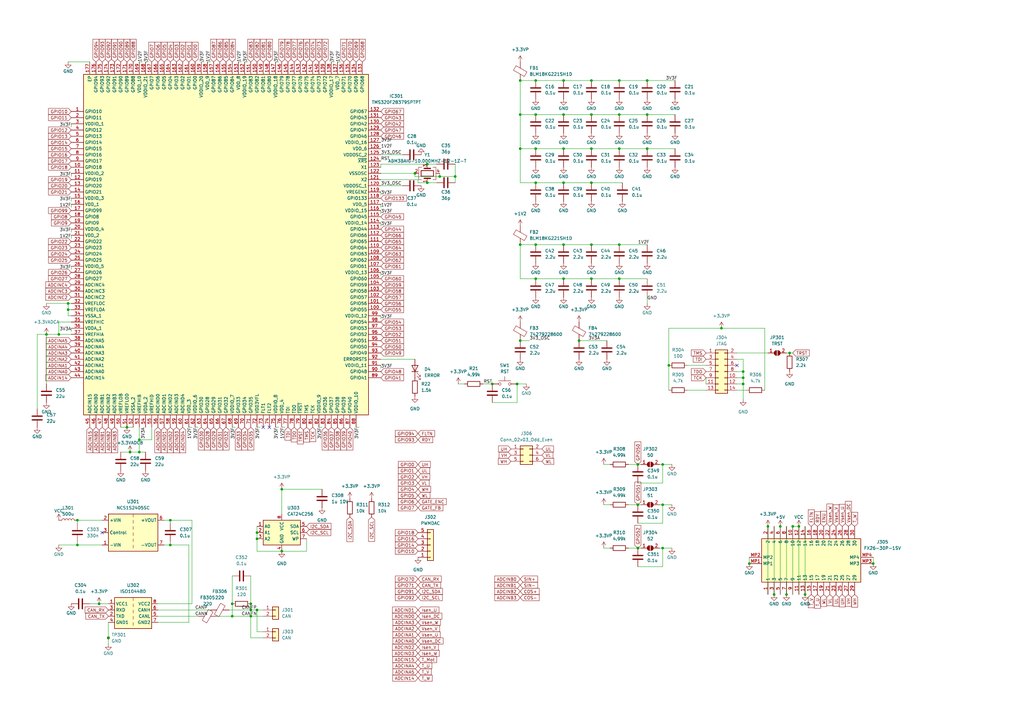
<source format=kicad_sch>
(kicad_sch (version 20231120) (generator "eeschema") (generator_version "8.0")
  (paper "A3")
  (junction (at 327.66 215.9))
  (junction (at 254 46.99))
  (junction (at 330.2 243.84))
  (junction (at 219.71 74.93))
  (junction (at 213.36 139.7))
  (junction (at 40.64 247.65))
  (junction (at 213.36 60.96))
  (junction (at 304.8 154.94))
  (junction (at 213.36 100.33))
  (junction (at 261.62 224.79))
  (junction (at 254 114.3))
  (junction (at 95.25 247.65))
  (junction (at 175.26 74.93))
  (junction (at 213.36 46.99))
  (junction (at 201.93 157.48))
  (junction (at 24.13 137.16))
  (junction (at 242.57 33.02))
  (junction (at 27.94 127))
  (junction (at 325.12 215.9))
  (junction (at 271.78 207.01))
  (junction (at 186.69 72.39))
  (junction (at 261.62 207.01))
  (junction (at 231.14 114.3))
  (junction (at 57.15 185.42))
  (junction (at 231.14 60.96))
  (junction (at 57.15 180.34))
  (junction (at 242.57 74.93))
  (junction (at 219.71 33.02))
  (junction (at 95.25 252.73))
  (junction (at 219.71 46.99))
  (junction (at 265.43 46.99))
  (junction (at 31.75 213.36))
  (junction (at 261.62 190.5))
  (junction (at 115.57 226.06))
  (junction (at 237.49 139.7))
  (junction (at 254 100.33))
  (junction (at 19.05 137.16))
  (junction (at 242.57 114.3))
  (junction (at 69.85 223.52))
  (junction (at 304.8 157.48))
  (junction (at 242.57 60.96))
  (junction (at 105.41 218.44))
  (junction (at 323.85 144.78))
  (junction (at 322.58 243.84))
  (junction (at 115.57 200.66))
  (junction (at 219.71 114.3))
  (junction (at 180.34 72.39))
  (junction (at 212.09 157.48))
  (junction (at 295.91 134.62))
  (junction (at 271.78 190.5))
  (junction (at 175.26 67.31))
  (junction (at 242.57 100.33))
  (junction (at 304.8 152.4))
  (junction (at 274.32 149.86))
  (junction (at 358.14 231.14))
  (junction (at 102.87 247.65))
  (junction (at 320.04 215.9))
  (junction (at 254 60.96))
  (junction (at 69.85 213.36))
  (junction (at 219.71 100.33))
  (junction (at 265.43 33.02))
  (junction (at 102.87 252.73))
  (junction (at 44.45 261.62))
  (junction (at 254 33.02))
  (junction (at 105.41 220.98))
  (junction (at 271.78 224.79))
  (junction (at 265.43 60.96))
  (junction (at 170.18 71.12))
  (junction (at 105.41 250.19))
  (junction (at 231.14 74.93))
  (junction (at 231.14 46.99))
  (junction (at 231.14 33.02))
  (junction (at 231.14 100.33))
  (junction (at 219.71 60.96))
  (junction (at 317.5 243.84))
  (junction (at 213.36 33.02))
  (junction (at 52.07 175.26))
  (junction (at 31.75 223.52))
  (junction (at 27.94 124.46))
  (junction (at 307.34 231.14))
  (junction (at 314.96 215.9))
  (junction (at 53.34 185.42))
  (junction (at 242.57 46.99))
  (junction (at 102.87 250.19))
  (no_connect (at 110.49 175.26))
  (no_connect (at 107.95 175.26))
  (no_connect (at 302.26 149.86))
  (no_connect (at 41.91 218.44))
  (wire (pts (xy 325.12 144.78) (xy 323.85 144.78)))
  (wire (pts (xy 44.45 261.62) (xy 44.45 255.27)))
  (wire (pts (xy 15.24 167.64) (xy 15.24 137.16)))
  (wire (pts (xy 242.57 46.99) (xy 231.14 46.99)))
  (wire (pts (xy 313.69 160.02) (xy 313.69 134.62)))
  (wire (pts (xy 102.87 247.65) (xy 102.87 250.19)))
  (wire (pts (xy 322.58 215.9) (xy 322.58 243.84)))
  (wire (pts (xy 105.41 226.06) (xy 115.57 226.06)))
  (wire (pts (xy 219.71 114.3) (xy 213.36 114.3)))
  (wire (pts (xy 93.98 250.19) (xy 102.87 250.19)))
  (wire (pts (xy 304.8 157.48) (xy 304.8 163.83)))
  (wire (pts (xy 213.36 100.33) (xy 219.71 100.33)))
  (wire (pts (xy 247.65 207.01) (xy 250.19 207.01)))
  (wire (pts (xy 62.23 180.34) (xy 62.23 175.26)))
  (wire (pts (xy 132.08 175.26) (xy 130.81 175.26)))
  (wire (pts (xy 237.49 139.7) (xy 248.92 139.7)))
  (wire (pts (xy 327.66 215.9) (xy 325.12 215.9)))
  (wire (pts (xy 58.42 25.4) (xy 57.15 25.4)))
  (wire (pts (xy 19.05 124.46) (xy 27.94 124.46)))
  (wire (pts (xy 180.34 72.39) (xy 180.34 71.12)))
  (wire (pts (xy 257.81 207.01) (xy 261.62 207.01)))
  (wire (pts (xy 358.14 228.6) (xy 358.14 231.14)))
  (wire (pts (xy 102.87 236.22) (xy 102.87 247.65)))
  (wire (pts (xy 330.2 215.9) (xy 330.2 243.84)))
  (wire (pts (xy 254 60.96) (xy 242.57 60.96)))
  (wire (pts (xy 102.87 250.19) (xy 105.41 250.19)))
  (wire (pts (xy 57.15 175.26) (xy 57.15 180.34)))
  (wire (pts (xy 179.07 74.93) (xy 175.26 74.93)))
  (wire (pts (xy 261.62 190.5) (xy 262.89 190.5)))
  (wire (pts (xy 60.96 25.4) (xy 59.69 25.4)))
  (wire (pts (xy 132.08 200.66) (xy 115.57 200.66)))
  (wire (pts (xy 213.36 74.93) (xy 213.36 60.96)))
  (wire (pts (xy 281.94 160.02) (xy 289.56 160.02)))
  (wire (pts (xy 78.74 247.65) (xy 78.74 213.36)))
  (wire (pts (xy 242.57 114.3) (xy 231.14 114.3)))
  (wire (pts (xy 105.41 259.08) (xy 105.41 250.19)))
  (wire (pts (xy 271.78 214.63) (xy 271.78 207.01)))
  (wire (pts (xy 81.28 175.26) (xy 80.01 175.26)))
  (wire (pts (xy 156.21 85.09) (xy 156.21 83.82)))
  (wire (pts (xy 213.36 114.3) (xy 213.36 100.33)))
  (wire (pts (xy 242.57 60.96) (xy 231.14 60.96)))
  (wire (pts (xy 261.62 224.79) (xy 262.89 224.79)))
  (wire (pts (xy 102.87 252.73) (xy 102.87 261.62)))
  (wire (pts (xy 102.87 252.73) (xy 107.95 252.73)))
  (wire (pts (xy 69.85 222.25) (xy 69.85 223.52)))
  (wire (pts (xy 274.32 160.02) (xy 274.32 149.86)))
  (wire (pts (xy 105.41 220.98) (xy 105.41 226.06)))
  (wire (pts (xy 69.85 223.52) (xy 77.47 223.52)))
  (wire (pts (xy 29.21 95.25) (xy 29.21 93.98)))
  (wire (pts (xy 69.85 213.36) (xy 69.85 214.63)))
  (wire (pts (xy 31.75 213.36) (xy 41.91 213.36)))
  (wire (pts (xy 156.21 67.31) (xy 156.21 68.58)))
  (wire (pts (xy 275.59 207.01) (xy 271.78 207.01)))
  (wire (pts (xy 105.41 250.19) (xy 107.95 250.19)))
  (wire (pts (xy 270.51 224.79) (xy 271.78 224.79)))
  (wire (pts (xy 67.31 223.52) (xy 69.85 223.52)))
  (wire (pts (xy 24.13 223.52) (xy 31.75 223.52)))
  (wire (pts (xy 156.21 113.03) (xy 156.21 111.76)))
  (wire (pts (xy 242.57 100.33) (xy 254 100.33)))
  (wire (pts (xy 27.94 127) (xy 29.21 127)))
  (wire (pts (xy 156.21 151.13) (xy 156.21 149.86)))
  (wire (pts (xy 219.71 74.93) (xy 213.36 74.93)))
  (wire (pts (xy 156.21 130.81) (xy 156.21 129.54)))
  (wire (pts (xy 31.75 223.52) (xy 41.91 223.52)))
  (wire (pts (xy 53.34 185.42) (xy 49.53 185.42)))
  (wire (pts (xy 219.71 33.02) (xy 231.14 33.02)))
  (wire (pts (xy 125.73 226.06) (xy 115.57 226.06)))
  (wire (pts (xy 219.71 60.96) (xy 213.36 60.96)))
  (wire (pts (xy 171.45 74.93) (xy 175.26 74.93)))
  (wire (pts (xy 261.62 198.12) (xy 271.78 198.12)))
  (wire (pts (xy 15.24 137.16) (xy 19.05 137.16)))
  (wire (pts (xy 156.21 92.71) (xy 156.21 91.44)))
  (wire (pts (xy 31.75 213.36) (xy 31.75 214.63)))
  (wire (pts (xy 275.59 224.79) (xy 271.78 224.79)))
  (wire (pts (xy 265.43 60.96) (xy 254 60.96)))
  (wire (pts (xy 27.94 127) (xy 27.94 129.54)))
  (wire (pts (xy 317.5 215.9) (xy 317.5 243.84)))
  (wire (pts (xy 323.85 144.78) (xy 322.58 144.78)))
  (wire (pts (xy 77.47 255.27) (xy 64.77 255.27)))
  (wire (pts (xy 289.56 154.94) (xy 289.56 157.48)))
  (wire (pts (xy 276.86 46.99) (xy 265.43 46.99)))
  (wire (pts (xy 231.14 114.3) (xy 219.71 114.3)))
  (wire (pts (xy 125.73 220.98) (xy 125.73 226.06)))
  (wire (pts (xy 40.64 247.65) (xy 44.45 247.65)))
  (wire (pts (xy 64.77 252.73) (xy 81.28 252.73)))
  (wire (pts (xy 114.3 25.4) (xy 113.03 25.4)))
  (wire (pts (xy 114.3 175.26) (xy 113.03 175.26)))
  (wire (pts (xy 57.15 185.42) (xy 57.15 180.34)))
  (wire (pts (xy 83.82 25.4) (xy 82.55 25.4)))
  (wire (pts (xy 261.62 214.63) (xy 271.78 214.63)))
  (wire (pts (xy 59.69 185.42) (xy 57.15 185.42)))
  (wire (pts (xy 64.77 250.19) (xy 86.36 250.19)))
  (wire (pts (xy 302.26 144.78) (xy 314.96 144.78)))
  (wire (pts (xy 156.21 76.2) (xy 165.1 76.2)))
  (wire (pts (xy 186.69 72.39) (xy 180.34 72.39)))
  (wire (pts (xy 313.69 134.62) (xy 295.91 134.62)))
  (wire (pts (xy 170.18 72.39) (xy 180.34 72.39)))
  (wire (pts (xy 242.57 33.02) (xy 254 33.02)))
  (wire (pts (xy 29.21 72.39) (xy 29.21 71.12)))
  (wire (pts (xy 265.43 114.3) (xy 254 114.3)))
  (wire (pts (xy 156.21 71.12) (xy 170.18 71.12)))
  (wire (pts (xy 271.78 232.41) (xy 271.78 224.79)))
  (wire (pts (xy 186.69 74.93) (xy 186.69 72.39)))
  (wire (pts (xy 78.74 213.36) (xy 69.85 213.36)))
  (wire (pts (xy 231.14 74.93) (xy 219.71 74.93)))
  (wire (pts (xy 69.85 213.36) (xy 67.31 213.36)))
  (wire (pts (xy 219.71 33.02) (xy 213.36 33.02)))
  (wire (pts (xy 254 33.02) (xy 265.43 33.02)))
  (wire (pts (xy 302.26 157.48) (xy 304.8 157.48)))
  (wire (pts (xy 156.21 80.01) (xy 156.21 78.74)))
  (wire (pts (xy 137.16 25.4) (xy 135.89 25.4)))
  (wire (pts (xy 175.26 67.31) (xy 156.21 67.31)))
  (wire (pts (xy 95.25 252.73) (xy 102.87 252.73)))
  (wire (pts (xy 19.05 137.16) (xy 24.13 137.16)))
  (wire (pts (xy 88.9 252.73) (xy 95.25 252.73)))
  (wire (pts (xy 31.75 223.52) (xy 31.75 222.25)))
  (wire (pts (xy 57.15 185.42) (xy 53.34 185.42)))
  (wire (pts (xy 27.94 124.46) (xy 29.21 124.46)))
  (wire (pts (xy 49.53 175.26) (xy 52.07 175.26)))
  (wire (pts (xy 156.21 147.32) (xy 170.18 147.32)))
  (wire (pts (xy 101.6 25.4) (xy 100.33 25.4)))
  (wire (pts (xy 265.43 121.92) (xy 265.43 124.46)))
  (wire (pts (xy 116.84 175.26) (xy 115.57 175.26)))
  (wire (pts (xy 170.18 72.39) (xy 170.18 71.12)))
  (wire (pts (xy 156.21 73.66) (xy 171.45 73.66)))
  (wire (pts (xy 254 114.3) (xy 242.57 114.3)))
  (wire (pts (xy 281.94 149.86) (xy 289.56 149.86)))
  (wire (pts (xy 86.36 25.4) (xy 85.09 25.4)))
  (wire (pts (xy 261.62 207.01) (xy 262.89 207.01)))
  (wire (pts (xy 327.66 215.9) (xy 327.66 243.84)))
  (wire (pts (xy 265.43 33.02) (xy 276.86 33.02)))
  (wire (pts (xy 302.26 160.02) (xy 306.07 160.02)))
  (wire (pts (xy 106.68 175.26) (xy 105.41 175.26)))
  (wire (pts (xy 29.21 110.49) (xy 29.21 109.22)))
  (wire (pts (xy 304.8 152.4) (xy 304.8 154.94)))
  (wire (pts (xy 24.13 137.16) (xy 24.13 132.08)))
  (wire (pts (xy 156.21 87.63) (xy 156.21 86.36)))
  (wire (pts (xy 212.09 165.1) (xy 212.09 157.48)))
  (wire (pts (xy 27.94 124.46) (xy 27.94 127)))
  (wire (pts (xy 307.34 228.6) (xy 307.34 231.14)))
  (wire (pts (xy 274.32 149.86) (xy 274.32 134.62)))
  (wire (pts (xy 29.21 137.16) (xy 24.13 137.16)))
  (wire (pts (xy 271.78 198.12) (xy 271.78 190.5)))
  (wire (pts (xy 105.41 215.9) (xy 105.41 218.44)))
  (wire (pts (xy 107.95 261.62) (xy 102.87 261.62)))
  (wire (pts (xy 302.26 154.94) (xy 304.8 154.94)))
  (wire (pts (xy 36.83 247.65) (xy 40.64 247.65)))
  (wire (pts (xy 242.57 74.93) (xy 231.14 74.93)))
  (wire (pts (xy 27.94 129.54) (xy 29.21 129.54)))
  (wire (pts (xy 255.27 74.93) (xy 242.57 74.93)))
  (wire (pts (xy 57.15 180.34) (xy 62.23 180.34)))
  (wire (pts (xy 78.74 175.26) (xy 77.47 175.26)))
  (wire (pts (xy 29.21 85.09) (xy 29.21 83.82)))
  (wire (pts (xy 247.65 190.5) (xy 250.19 190.5)))
  (wire (pts (xy 257.81 190.5) (xy 261.62 190.5)))
  (wire (pts (xy 96.52 175.26) (xy 95.25 175.26)))
  (wire (pts (xy 147.32 175.26) (xy 146.05 175.26)))
  (wire (pts (xy 139.7 25.4) (xy 138.43 25.4)))
  (wire (pts (xy 302.26 147.32) (xy 304.8 147.32)))
  (wire (pts (xy 270.51 190.5) (xy 271.78 190.5)))
  (wire (pts (xy 198.12 157.48) (xy 201.93 157.48)))
  (wire (pts (xy 77.47 223.52) (xy 77.47 255.27)))
  (wire (pts (xy 213.36 46.99) (xy 213.36 33.02)))
  (wire (pts (xy 257.81 224.79) (xy 261.62 224.79)))
  (wire (pts (xy 52.07 175.26) (xy 54.61 175.26)))
  (wire (pts (xy 276.86 60.96) (xy 265.43 60.96)))
  (wire (pts (xy 274.32 134.62) (xy 295.91 134.62)))
  (wire (pts (xy 107.95 259.08) (xy 105.41 259.08)))
  (wire (pts (xy 171.45 73.66) (xy 171.45 74.93)))
  (wire (pts (xy 99.06 25.4) (xy 97.79 25.4)))
  (wire (pts (xy 254 46.99) (xy 242.57 46.99)))
  (wire (pts (xy 156.21 63.5) (xy 165.1 63.5)))
  (wire (pts (xy 64.77 247.65) (xy 78.74 247.65)))
  (wire (pts (xy 231.14 60.96) (xy 219.71 60.96)))
  (wire (pts (xy 201.93 165.1) (xy 212.09 165.1)))
  (wire (pts (xy 95.25 236.22) (xy 95.25 247.65)))
  (wire (pts (xy 29.21 82.55) (xy 29.21 81.28)))
  (wire (pts (xy 270.51 207.01) (xy 271.78 207.01)))
  (wire (pts (xy 29.21 52.07) (xy 29.21 50.8)))
  (wire (pts (xy 105.41 218.44) (xy 105.41 220.98)))
  (wire (pts (xy 275.59 190.5) (xy 271.78 190.5)))
  (wire (pts (xy 44.45 264.16) (xy 44.45 261.62)))
  (wire (pts (xy 27.94 25.4) (xy 36.83 25.4)))
  (wire (pts (xy 215.9 157.48) (xy 212.09 157.48)))
  (wire (pts (xy 187.96 157.48) (xy 190.5 157.48)))
  (wire (pts (xy 95.25 247.65) (xy 95.25 252.73)))
  (wire (pts (xy 29.21 97.79) (xy 29.21 96.52)))
  (wire (pts (xy 213.36 60.96) (xy 213.36 46.99)))
  (wire (pts (xy 320.04 215.9) (xy 320.04 243.84)))
  (wire (pts (xy 231.14 100.33) (xy 242.57 100.33)))
  (wire (pts (xy 261.62 232.41) (xy 271.78 232.41)))
  (wire (pts (xy 304.8 147.32) (xy 304.8 152.4)))
  (wire (pts (xy 217.17 139.7) (xy 213.36 139.7)))
  (wire (pts (xy 19.05 157.48) (xy 19.05 137.16)))
  (wire (pts (xy 29.21 135.89) (xy 29.21 134.62)))
  (wire (pts (xy 265.43 46.99) (xy 254 46.99)))
  (wire (pts (xy 254 100.33) (xy 265.43 100.33)))
  (wire (pts (xy 186.69 67.31) (xy 186.69 72.39)))
  (wire (pts (xy 304.8 154.94) (xy 304.8 157.48)))
  (wire (pts (xy 219.71 100.33) (xy 231.14 100.33)))
  (wire (pts (xy 325.12 215.9) (xy 325.12 243.84)))
  (wire (pts (xy 24.13 132.08) (xy 29.21 132.08)))
  (wire (pts (xy 219.71 46.99) (xy 213.36 46.99)))
  (wire (pts (xy 247.65 224.79) (xy 250.19 224.79)))
  (wire (pts (xy 231.14 33.02) (xy 242.57 33.02)))
  (wire (pts (xy 115.57 200.66) (xy 115.57 210.82)))
  (wire (pts (xy 179.07 67.31) (xy 175.26 67.31)))
  (wire (pts (xy 314.96 215.9) (xy 314.96 243.84)))
  (wire (pts (xy 231.14 46.99) (xy 219.71 46.99)))
  (wire (pts (xy 302.26 152.4) (xy 304.8 152.4)))
  (label "1V2F" (at 29.21 97.79 180))
  (label "3V3F" (at 29.21 72.39 180))
  (label "3V3A" (at 241.3 139.7 0))
  (label "3V3F" (at 156.21 130.81 0))
  (label "CANN" (at 80.01 252.73 0))
  (label "3V3F" (at 114.3 175.26 270))
  (label "3V3_OSC" (at 217.17 139.7 0))
  (label "CANP" (at 80.01 250.19 0))
  (label "RST" (at 156.21 66.04 0))
  (label "1V2F" (at 58.42 25.4 90))
  (label "3V3F" (at 147.32 175.26 270))
  (label "CANFN" (at 99.06 252.73 0))
  (label "3V3F" (at 101.6 25.4 90))
  (label "3V3F" (at 156.21 87.63 0))
  (label "3V3F" (at 156.21 80.01 0))
  (label "3V3F" (at 114.3 25.4 90))
  (label "3V3F" (at 96.52 175.26 270))
  (label "3V3F" (at 29.21 110.49 180))
  (label "1V2F" (at 29.21 85.09 180))
  (label "RST" (at 201.93 157.48 180))
  (label "1V2F" (at 139.7 25.4 90))
  (label "3V3F" (at 29.21 82.55 180))
  (label "3V3F" (at 156.21 58.42 0))
  (label "3V3F" (at 106.68 175.26 270))
  (label "GND" (at 265.43 123.19 0))
  (label "1V2F" (at 99.06 25.4 90))
  (label "3V3F" (at 29.21 95.25 180))
  (label "3V3F" (at 83.82 25.4 90))
  (label "3V3F" (at 273.05 33.02 0))
  (label "1V2F" (at 78.74 175.26 270))
  (label "3V3F" (at 132.08 175.26 270))
  (label "3V3F" (at 156.21 151.13 0))
  (label "3V3F" (at 156.21 113.03 0))
  (label "3V3F" (at 156.21 92.71 0))
  (label "1V2F" (at 156.21 60.96 0))
  (label "3V3A" (at 59.69 175.26 270))
  (label "3V3F" (at 137.16 25.4 90))
  (label "1V2F" (at 116.84 175.26 270))
  (label "3V3F" (at 29.21 52.07 180))
  (label "1V2F" (at 261.62 100.33 0))
  (label "3V3A" (at 29.21 135.89 180))
  (label "1V2F" (at 86.36 25.4 90))
  (label "3V3_OSC" (at 156.21 63.5 0))
  (label "3V3F" (at 60.96 25.4 90))
  (label "3V3_OSC" (at 156.21 76.2 0))
  (label "3V3F" (at 81.28 175.26 270))
  (label "1V2F" (at 156.21 85.09 0))
  (label "CANFP" (at 99.06 250.19 0))
  (global_label "WH" (shape input) (at 350.52 243.84 270) (property "Intersheetrefs" "${INTERSHEET_REFS}" (effects (hide yes))))
  (global_label "GPIO76" (shape input) (at 123.19 25.4 90) (property "Intersheetrefs" "${INTERSHEET_REFS}" (effects (hide yes))))
  (global_label "T_V" (shape input) (at 171.45 275.59 0) (property "Intersheetrefs" "${INTERSHEET_REFS}" (effects (hide yes))))
  (global_label "GPIO0" (shape input) (at 80.01 25.4 90) (property "Intersheetrefs" "${INTERSHEET_REFS}" (effects (hide yes))))
  (global_label "GPIO79" (shape input) (at 115.57 25.4 90) (property "Intersheetrefs" "${INTERSHEET_REFS}" (effects (hide yes))))
  (global_label "ADCINC3" (shape input) (at 29.21 119.38 180) (property "Intersheetrefs" "${INTERSHEET_REFS}" (effects (hide yes))))
  (global_label "GPIO89" (shape input) (at 52.07 25.4 90) (property "Intersheetrefs" "${INTERSHEET_REFS}" (effects (hide yes))))
  (global_label "ADCIND1" (shape input) (at 67.31 175.26 270) (property "Intersheetrefs" "${INTERSHEET_REFS}" (effects (hide yes))))
  (global_label "ADCINA0" (shape input) (at 29.21 152.4 180) (property "Intersheetrefs" "${INTERSHEET_REFS}" (effects (hide yes))))
  (global_label "ADCINB0" (shape input) (at 39.37 175.26 270) (property "Intersheetrefs" "${INTERSHEET_REFS}" (effects (hide yes))))
  (global_label "GPIO65" (shape input) (at 156.21 99.06 0) (property "Intersheetrefs" "${INTERSHEET_REFS}" (effects (hide yes))))
  (global_label "RDY" (shape input) (at 335.28 215.9 90) (property "Intersheetrefs" "${INTERSHEET_REFS}" (effects (hide yes))))
  (global_label "GPIO58" (shape input) (at 156.21 119.38 0) (property "Intersheetrefs" "${INTERSHEET_REFS}" (effects (hide yes))))
  (global_label "T_U" (shape input) (at 171.45 273.05 0) (property "Intersheetrefs" "${INTERSHEET_REFS}" (effects (hide yes))))
  (global_label "GPIO46" (shape input) (at 156.21 55.88 0) (property "Intersheetrefs" "${INTERSHEET_REFS}" (effects (hide yes))))
  (global_label "GPIO12" (shape input) (at 29.21 53.34 180) (property "Intersheetrefs" "${INTERSHEET_REFS}" (effects (hide yes))))
  (global_label "GPIO26" (shape input) (at 29.21 111.76 180) (property "Intersheetrefs" "${INTERSHEET_REFS}" (effects (hide yes))))
  (global_label "GPIO20" (shape input) (at 29.21 76.2 180) (property "Intersheetrefs" "${INTERSHEET_REFS}" (effects (hide yes))))
  (global_label "T_Mot" (shape input) (at 171.45 270.51 0) (property "Intersheetrefs" "${INTERSHEET_REFS}" (effects (hide yes))))
  (global_label "GPIO80" (shape input) (at 110.49 25.4 90) (property "Intersheetrefs" "${INTERSHEET_REFS}" (effects (hide yes))))
  (global_label "GPIO41" (shape input) (at 156.21 154.94 0) (property "Intersheetrefs" "${INTERSHEET_REFS}" (effects (hide yes))))
  (global_label "GPIO75" (shape input) (at 125.73 25.4 90) (property "Intersheetrefs" "${INTERSHEET_REFS}" (effects (hide yes))))
  (global_label "GPIO37" (shape input) (at 135.89 175.26 270) (property "Intersheetrefs" "${INTERSHEET_REFS}" (effects (hide yes))))
  (global_label "GPIO27" (shape input) (at 29.21 114.3 180) (property "Intersheetrefs" "${INTERSHEET_REFS}" (effects (hide yes))))
  (global_label "GPIO23" (shape input) (at 29.21 101.6 180) (property "Intersheetrefs" "${INTERSHEET_REFS}" (effects (hide yes))))
  (global_label "GPIO133" (shape input) (at 156.21 81.28 0) (property "Intersheetrefs" "${INTERSHEET_REFS}" (effects (hide yes))))
  (global_label "GPIO81" (shape input) (at 107.95 25.4 90) (property "Intersheetrefs" "${INTERSHEET_REFS}" (effects (hide yes))))
  (global_label "GPIO6" (shape input) (at 64.77 25.4 90) (property "Intersheetrefs" "${INTERSHEET_REFS}" (effects (hide yes))))
  (global_label "I2C_SDA" (shape input) (at 171.45 242.57 0) (property "Intersheetrefs" "${INTERSHEET_REFS}" (effects (hide yes))))
  (global_label "GPIO51" (shape input) (at 261.62 207.01 90) (property "Intersheetrefs" "${INTERSHEET_REFS}" (effects (hide yes))))
  (global_label "WH" (shape input) (at 209.55 189.23 180) (property "Intersheetrefs" "${INTERSHEET_REFS}" (effects (hide yes))))
  (global_label "GPIO45" (shape input) (at 156.21 88.9 0) (property "Intersheetrefs" "${INTERSHEET_REFS}" (effects (hide yes))))
  (global_label "GPIO3" (shape input) (at 72.39 25.4 90) (property "Intersheetrefs" "${INTERSHEET_REFS}" (effects (hide yes))))
  (global_label "GPIO7" (shape input) (at 171.45 208.28 180) (property "Intersheetrefs" "${INTERSHEET_REFS}" (effects (hide yes))))
  (global_label "GPIO31" (shape input) (at 90.17 175.26 270) (property "Intersheetrefs" "${INTERSHEET_REFS}" (effects (hide yes))))
  (global_label "SIN+" (shape input) (at 213.36 237.49 0) (property "Intersheetrefs" "${INTERSHEET_REFS}" (effects (hide yes))))
  (global_label "TDI" (shape input) (at 118.11 175.26 270) (property "Intersheetrefs" "${INTERSHEET_REFS}" (effects (hide yes))))
  (global_label "GPIO90" (shape input) (at 49.53 25.4 90) (property "Intersheetrefs" "${INTERSHEET_REFS}" (effects (hide yes))))
  (global_label "GPIO69" (shape input) (at 146.05 25.4 90) (property "Intersheetrefs" "${INTERSHEET_REFS}" (effects (hide yes))))
  (global_label "GPIO74" (shape input) (at 128.27 25.4 90) (property "Intersheetrefs" "${INTERSHEET_REFS}" (effects (hide yes))))
  (global_label "GPIO52" (shape input) (at 261.62 224.79 90) (property "Intersheetrefs" "${INTERSHEET_REFS}" (effects (hide yes))))
  (global_label "GPIO14" (shape input) (at 29.21 58.42 180) (property "Intersheetrefs" "${INTERSHEET_REFS}" (effects (hide yes))))
  (global_label "GPIO0" (shape input) (at 171.45 190.5 180) (property "Intersheetrefs" "${INTERSHEET_REFS}" (effects (hide yes))))
  (global_label "GPIO71" (shape input) (at 171.45 240.03 180) (property "Intersheetrefs" "${INTERSHEET_REFS}" (effects (hide yes))))
  (global_label "GPIO8" (shape input) (at 29.21 88.9 180) (property "Intersheetrefs" "${INTERSHEET_REFS}" (effects (hide yes))))
  (global_label "Vsen_V" (shape input) (at 342.9 215.9 90) (property "Intersheetrefs" "${INTERSHEET_REFS}" (effects (hide yes))))
  (global_label "UL" (shape input) (at 342.9 243.84 270) (property "Intersheetrefs" "${INTERSHEET_REFS}" (effects (hide yes))))
  (global_label "GPIO83" (shape input) (at 102.87 25.4 90) (property "Intersheetrefs" "${INTERSHEET_REFS}" (effects (hide yes))))
  (global_label "GATE_FB" (shape input) (at 171.45 208.28 0) (property "Intersheetrefs" "${INTERSHEET_REFS}" (effects (hide yes))))
  (global_label "Isen_V" (shape input) (at 171.45 265.43 0) (property "Intersheetrefs" "${INTERSHEET_REFS}" (effects (hide yes))))
  (global_label "GPIO57" (shape input) (at 156.21 121.92 0) (property "Intersheetrefs" "${INTERSHEET_REFS}" (effects (hide yes))))
  (global_label "GPIO14" (shape input) (at 171.45 223.52 180) (property "Intersheetrefs" "${INTERSHEET_REFS}" (effects (hide yes))))
  (global_label "UH" (shape input) (at 209.55 184.15 180) (property "Intersheetrefs" "${INTERSHEET_REFS}" (effects (hide yes))))
  (global_label "ADCINB1" (shape input) (at 41.91 175.26 270) (property "Intersheetrefs" "${INTERSHEET_REFS}" (effects (hide yes))))
  (global_label "Vsen_DC" (shape input) (at 171.45 262.89 0) (property "Intersheetrefs" "${INTERSHEET_REFS}" (effects (hide yes))))
  (global_label "ADCIN15" (shape input) (at 171.45 270.51 180) (property "Intersheetrefs" "${INTERSHEET_REFS}" (effects (hide yes))))
  (global_label "Vsen_W" (shape input) (at 340.36 215.9 90) (property "Intersheetrefs" "${INTERSHEET_REFS}" (effects (hide yes))))
  (global_label "GPIO52" (shape input) (at 156.21 137.16 0) (property "Intersheetrefs" "${INTERSHEET_REFS}" (effects (hide yes))))
  (global_label "TDI" (shape input) (at 289.56 147.32 180) (property "Intersheetrefs" "${INTERSHEET_REFS}" (effects (hide yes))))
  (global_label "GPIO61" (shape input) (at 156.21 109.22 0) (property "Intersheetrefs" "${INTERSHEET_REFS}" (effects (hide yes))))
  (global_label "I2C_SDA" (shape input) (at 125.73 215.9 0) (property "Intersheetrefs" "${INTERSHEET_REFS}" (effects (hide yes))))
  (global_label "ADCINB3" (shape input) (at 46.99 175.26 270) (property "Intersheetrefs" "${INTERSHEET_REFS}" (effects (hide yes))))
  (global_label "GPIO2" (shape input) (at 74.93 25.4 90) (property "Intersheetrefs" "${INTERSHEET_REFS}" (effects (hide yes))))
  (global_label "TCK" (shape input) (at 289.56 154.94 180) (property "Intersheetrefs" "${INTERSHEET_REFS}" (effects (hide yes))))
  (global_label "GPIO28" (shape input) (at 85.09 175.26 270) (property "Intersheetrefs" "${INTERSHEET_REFS}" (effects (hide yes))))
  (global_label "GPIO50" (shape input) (at 156.21 142.24 0) (property "Intersheetrefs" "${INTERSHEET_REFS}" (effects (hide yes))))
  (global_label "GPIO4" (shape input) (at 171.45 200.66 180) (property "Intersheetrefs" "${INTERSHEET_REFS}" (effects (hide yes))))
  (global_label "T_U" (shape input) (at 335.28 243.84 270) (property "Intersheetrefs" "${INTERSHEET_REFS}" (effects (hide yes))))
  (global_label "ADCIND0" (shape input) (at 64.77 175.26 270) (property "Intersheetrefs" "${INTERSHEET_REFS}" (effects (hide yes))))
  (global_label "Vsen_U" (shape input) (at 171.45 260.35 0) (property "Intersheetrefs" "${INTERSHEET_REFS}" (effects (hide yes))))
  (global_label "TDO" (shape input) (at 289.56 152.4 180) (property "Intersheetrefs" "${INTERSHEET_REFS}" (effects (hide yes))))
  (global_label "GPIO70" (shape input) (at 143.51 25.4 90) (property "Intersheetrefs" "${INTERSHEET_REFS}" (effects (hide yes))))
  (global_label "GPIO73" (shape input) (at 130.81 25.4 90) (property "Intersheetrefs" "${INTERSHEET_REFS}" (effects (hide yes))))
  (global_label "ADCINA3" (shape input) (at 171.45 255.27 180) (property "Intersheetrefs" "${INTERSHEET_REFS}" (effects (hide yes))))
  (global_label "ADCIND3" (shape input) (at 171.45 267.97 180) (property "Intersheetrefs" "${INTERSHEET_REFS}" (effects (hide yes))))
  (global_label "I2C_SCL" (shape input) (at 152.4 212.09 270) (property "Intersheetrefs" "${INTERSHEET_REFS}" (effects (hide yes))))
  (global_label "GPIO18" (shape input) (at 171.45 218.44 180) (property "Intersheetrefs" "${INTERSHEET_REFS}" (effects (hide yes))))
  (global_label "GPIO24" (shape input) (at 29.21 104.14 180) (property "Intersheetrefs" "${INTERSHEET_REFS}" (effects (hide yes))))
  (global_label "GPIO87" (shape input) (at 87.63 25.4 90) (property "Intersheetrefs" "${INTERSHEET_REFS}" (effects (hide yes))))
  (global_label "GPIO17" (shape input) (at 29.21 66.04 180) (property "Intersheetrefs" "${INTERSHEET_REFS}" (effects (hide yes))))
  (global_label "GPIO48" (shape input) (at 156.21 152.4 0) (property "Intersheetrefs" "${INTERSHEET_REFS}" (effects (hide yes))))
  (global_label "ADCIND0" (shape input) (at 171.45 252.73 180) (property "Intersheetrefs" "${INTERSHEET_REFS}" (effects (hide yes))))
  (global_label "GPIO6" (shape input) (at 171.45 205.74 180) (property "Intersheetrefs" "${INTERSHEET_REFS}" (effects (hide yes))))
  (global_label "GPIO86" (shape input) (at 90.17 25.4 90) (property "Intersheetrefs" "${INTERSHEET_REFS}" (effects (hide yes))))
  (global_label "GPIO92" (shape input) (at 171.45 245.11 180) (property "Intersheetrefs" "${INTERSHEET_REFS}" (effects (hide yes))))
  (global_label "GPIO4" (shape input) (at 69.85 25.4 90) (property "Intersheetrefs" "${INTERSHEET_REFS}" (effects (hide yes))))
  (global_label "GPIO9" (shape input) (at 29.21 91.44 180) (property "Intersheetrefs" "${INTERSHEET_REFS}" (effects (hide yes))))
  (global_label "ADCINB3" (shape input) (at 213.36 245.11 180) (property "Intersheetrefs" "${INTERSHEET_REFS}" (effects (hide yes))))
  (global_label "VL" (shape input) (at 340.36 243.84 270) (property "Intersheetrefs" "${INTERSHEET_REFS}" (effects (hide yes))))
  (global_label "GPIO21" (shape input) (at 29.21 78.74 180) (property "Intersheetrefs" "${INTERSHEET_REFS}" (effects (hide yes))))
  (global_label "GPIO2" (shape input) (at 171.45 195.58 180) (property "Intersheetrefs" "${INTERSHEET_REFS}" (effects (hide yes))))
  (global_label "ADCINA4" (shape input) (at 171.45 273.05 180) (property "Intersheetrefs" "${INTERSHEET_REFS}" (effects (hide yes))))
  (global_label "TMS" (shape input) (at 289.56 144.78 180) (property "Intersheetrefs" "${INTERSHEET_REFS}" (effects (hide yes))))
  (global_label "GPIO19" (shape input) (at 29.21 73.66 180) (property "Intersheetrefs" "${INTERSHEET_REFS}" (effects (hide yes))))
  (global_label "GPIO30" (shape input) (at 82.55 175.26 270) (property "Intersheetrefs" "${INTERSHEET_REFS}" (effects (hide yes))))
  (global_label "GPIO59" (shape input) (at 156.21 116.84 0) (property "Intersheetrefs" "${INTERSHEET_REFS}" (effects (hide yes))))
  (global_label "GPIO38" (shape input) (at 138.43 175.26 270) (property "Intersheetrefs" "${INTERSHEET_REFS}" (effects (hide yes))))
  (global_label "Isen_DC" (shape input) (at 171.45 252.73 0) (property "Intersheetrefs" "${INTERSHEET_REFS}" (effects (hide yes))))
  (global_label "Vsen_V" (shape input) (at 171.45 257.81 0) (property "Intersheetrefs" "${INTERSHEET_REFS}" (effects (hide yes))))
  (global_label "GPIO22" (shape input) (at 29.21 99.06 180) (property "Intersheetrefs" "${INTERSHEET_REFS}" (effects (hide yes))))
  (global_label "ADCINA4" (shape input) (at 29.21 142.24 180) (property "Intersheetrefs" "${INTERSHEET_REFS}" (effects (hide yes))))
  (global_label "GPIO64" (shape input) (at 156.21 101.6 0) (property "Intersheetrefs" "${INTERSHEET_REFS}" (effects (hide yes))))
  (global_label "GPIO34" (shape input) (at 100.33 175.26 270) (property "Intersheetrefs" "${INTERSHEET_REFS}" (effects (hide yes))))
  (global_label "TMS" (shape input) (at 125.73 175.26 270) (property "Intersheetrefs" "${INTERSHEET_REFS}" (effects (hide yes))))
  (global_label "T_W" (shape input) (at 171.45 278.13 0) (property "Intersheetrefs" "${INTERSHEET_REFS}" (effects (hide yes))))
  (global_label "ADCIND2" (shape input) (at 171.45 265.43 180) (property "Intersheetrefs" "${INTERSHEET_REFS}" (effects (hide yes))))
  (global_label "ADCINA0" (shape input) (at 171.45 262.89 180) (property "Intersheetrefs" "${INTERSHEET_REFS}" (effects (hide yes))))
  (global_label "GPIO11" (shape input) (at 29.21 48.26 180) (property "Intersheetrefs" "${INTERSHEET_REFS}" (effects (hide yes))))
  (global_label "I2C_SCL" (shape input) (at 171.45 245.11 0) (property "Intersheetrefs" "${INTERSHEET_REFS}" (effects (hide yes))))
  (global_label "T_V" (shape input) (at 332.74 243.84 270) (property "Intersheetrefs" "${INTERSHEET_REFS}" (effects (hide yes))))
  (global_label "TRST" (shape input) (at 325.12 144.78 0) (property "Intersheetrefs" "${INTERSHEET_REFS}" (effects (hide yes))))
  (global_label "GPIO5" (shape input) (at 67.31 25.4 90) (property "Intersheetrefs" "${INTERSHEET_REFS}" (effects (hide yes))))
  (global_label "VL" (shape input) (at 171.45 198.12 0) (property "Intersheetrefs" "${INTERSHEET_REFS}" (effects (hide yes))))
  (global_label "ADCINC4" (shape input) (at 29.21 116.84 180) (property "Intersheetrefs" "${INTERSHEET_REFS}" (effects (hide yes))))
  (global_label "GPIO33" (shape input) (at 97.79 175.26 270) (property "Intersheetrefs" "${INTERSHEET_REFS}" (effects (hide yes))))
  (global_label "GPIO77" (shape input) (at 120.65 25.4 90) (property "Intersheetrefs" "${INTERSHEET_REFS}" (effects (hide yes))))
  (global_label "CAN_TX" (shape input) (at 171.45 240.03 0) (property "Intersheetrefs" "${INTERSHEET_REFS}" (effects (hide yes))))
  (global_label "ADCIN14" (shape input) (at 29.21 154.94 180) (property "Intersheetrefs" "${INTERSHEET_REFS}" (effects (hide yes))))
  (global_label "Vsen_U" (shape input) (at 345.44 215.9 90) (property "Intersheetrefs" "${INTERSHEET_REFS}" (effects (hide yes))))
  (global_label "GPIO36" (shape input) (at 133.35 175.26 270) (property "Intersheetrefs" "${INTERSHEET_REFS}" (effects (hide yes))))
  (global_label "T_W" (shape input) (at 350.52 215.9 90) (property "Intersheetrefs" "${INTERSHEET_REFS}" (effects (hide yes))))
  (global_label "GPIO51" (shape input) (at 156.21 139.7 0) (property "Intersheetrefs" "${INTERSHEET_REFS}" (effects (hide yes))))
  (global_label "GPIO93" (shape input) (at 41.91 25.4 90) (property "Intersheetrefs" "${INTERSHEET_REFS}" (effects (hide yes))))
  (global_label "WL" (shape input) (at 171.45 203.2 0) (property "Intersheetrefs" "${INTERSHEET_REFS}" (effects (hide yes))))
  (global_label "GPIO72" (shape input) (at 133.35 25.4 90) (property "Intersheetrefs" "${INTERSHEET_REFS}" (effects (hide yes))))
  (global_label "GPIO29" (shape input) (at 87.63 175.26 270) (property "Intersheetrefs" "${INTERSHEET_REFS}" (effects (hide yes))))
  (global_label "FLTN" (shape input) (at 171.45 177.8 0) (property "Intersheetrefs" "${INTERSHEET_REFS}" (effects (hide yes))))
  (global_label "ADCINA5" (shape input) (at 171.45 275.59 180) (property "Intersheetrefs" "${INTERSHEET_REFS}" (effects (hide yes))))
  (global_label "WH" (shape input) (at 171.45 200.66 0) (property "Intersheetrefs" "${INTERSHEET_REFS}" (effects (hide yes))))
  (global_label "ADCINB2" (shape input) (at 44.45 175.26 270) (property "Intersheetrefs" "${INTERSHEET_REFS}" (effects (hide yes))))
  (global_label "ADCINA5" (shape input) (at 29.21 139.7 180) (property "Intersheetrefs" "${INTERSHEET_REFS}" (effects (hide yes))))
  (global_label "VH" (shape input) (at 347.98 243.84 270) (property "Intersheetrefs" "${INTERSHEET_REFS}" (effects (hide yes))))
  (global_label "GPIO88" (shape input) (at 54.61 25.4 90) (property "Intersheetrefs" "${INTERSHEET_REFS}" (effects (hide yes))))
  (global_label "GPIO3" (shape input) (at 171.45 198.12 180) (property "Intersheetrefs" "${INTERSHEET_REFS}" (effects (hide yes))))
  (global_label "GPIO25" (shape input) (at 29.21 106.68 180) (property "Intersheetrefs" "${INTERSHEET_REFS}" (effects (hide yes))))
  (global_label "ADCINA3" (shape input) (at 29.21 144.78 180) (property "Intersheetrefs" "${INTERSHEET_REFS}" (effects (hide yes))))
  (global_label "GPIO43" (shape input) (at 156.21 48.26 0) (property "Intersheetrefs" "${INTERSHEET_REFS}" (effects (hide yes))))
  (global_label "CAN_RX" (shape input) (at 44.45 250.19 180) (property "Intersheetrefs" "${INTERSHEET_REFS}" (effects (hide yes))))
  (global_label "GPIO35" (shape input) (at 102.87 175.26 270) (property "Intersheetrefs" "${INTERSHEET_REFS}" (effects (hide yes))))
  (global_label "UL" (shape input) (at 171.45 193.04 0) (property "Intersheetrefs" "${INTERSHEET_REFS}" (effects (hide yes))))
  (global_label "WL" (shape input) (at 222.25 189.23 0) (property "Intersheetrefs" "${INTERSHEET_REFS}" (effects (hide yes))))
  (global_label "GPIO18" (shape input) (at 29.21 68.58 180) (property "Intersheetrefs" "${INTERSHEET_REFS}" (effects (hide yes))))
  (global_label "COS-" (shape input) (at 213.36 245.11 0) (property "Intersheetrefs" "${INTERSHEET_REFS}" (effects (hide yes))))
  (global_label "GPIO84" (shape input) (at 95.25 25.4 90) (property "Intersheetrefs" "${INTERSHEET_REFS}" (effects (hide yes))))
  (global_label "ADCIN15" (shape input) (at 36.83 175.26 270) (property "Intersheetrefs" "${INTERSHEET_REFS}" (effects (hide yes))))
  (global_label "I2C_SCL" (shape input) (at 125.73 218.44 0) (property "Intersheetrefs" "${INTERSHEET_REFS}" (effects (hide yes))))
  (global_label "GPIO85" (shape input) (at 92.71 25.4 90) (property "Intersheetrefs" "${INTERSHEET_REFS}" (effects (hide yes))))
  (global_label "GPIO10" (shape input) (at 29.21 45.72 180) (property "Intersheetrefs" "${INTERSHEET_REFS}" (effects (hide yes))))
  (global_label "GPIO99" (shape input) (at 29.21 86.36 180) (property "Intersheetrefs" "${INTERSHEET_REFS}" (effects (hide yes))))
  (global_label "GPIO68" (shape input) (at 148.59 25.4 90) (property "Intersheetrefs" "${INTERSHEET_REFS}" (effects (hide yes))))
  (global_label "GPIO91" (shape input) (at 171.45 242.57 180) (property "Intersheetrefs" "${INTERSHEET_REFS}" (effects (hide yes))))
  (global_label "Isen_W" (shape input) (at 171.45 267.97 0) (property "Intersheetrefs" "${INTERSHEET_REFS}" (effects (hide yes))))
  (global_label "GPIO55" (shape input) (at 156.21 127 0) (property "Intersheetrefs" "${INTERSHEET_REFS}" (effects (hide yes))))
  (global_label "SIN-" (shape input) (at 213.36 240.03 0) (property "Intersheetrefs" "${INTERSHEET_REFS}" (effects (hide yes))))
  (global_label "I2C_SDA" (shape input) (at 143.51 212.09 270) (property "Intersheetrefs" "${INTERSHEET_REFS}" (effects (hide yes))))
  (global_label "ADCIND2" (shape input) (at 69.85 175.26 270) (property "Intersheetrefs" "${INTERSHEET_REFS}" (effects (hide yes))))
  (global_label "GPIO1" (shape input) (at 171.45 193.04 180) (property "Intersheetrefs" "${INTERSHEET_REFS}" (effects (hide yes))))
  (global_label "GPIO70" (shape input) (at 171.45 237.49 180) (property "Intersheetrefs" "${INTERSHEET_REFS}" (effects (hide yes))))
  (global_label "ADCINB2" (shape input) (at 213.36 242.57 180) (property "Intersheetrefs" "${INTERSHEET_REFS}" (effects (hide yes))))
  (global_label "Isen_U" (shape input) (at 171.45 250.19 0) (property "Intersheetrefs" "${INTERSHEET_REFS}" (effects (hide yes))))
  (global_label "TDO" (shape input) (at 120.65 175.26 270) (property "Intersheetrefs" "${INTERSHEET_REFS}" (effects (hide yes))))
  (global_label "VH" (shape input) (at 171.45 195.58 0) (property "Intersheetrefs" "${INTERSHEET_REFS}" (effects (hide yes))))
  (global_label "GPIO56" (shape input) (at 156.21 124.46 0) (property "Intersheetrefs" "${INTERSHEET_REFS}" (effects (hide yes))))
  (global_label "GPIO16" (shape input) (at 171.45 220.98 180) (property "Intersheetrefs" "${INTERSHEET_REFS}" (effects (hide yes))))
  (global_label "GPIO63" (shape input) (at 156.21 104.14 0) (property "Intersheetrefs" "${INTERSHEET_REFS}" (effects (hide yes))))
  (global_label "GPIO92" (shape input) (at 44.45 25.4 90) (property "Intersheetrefs" "${INTERSHEET_REFS}" (effects (hide yes))))
  (global_label "GPIO49" (shape input) (at 156.21 144.78 0) (property "Intersheetrefs" "${INTERSHEET_REFS}" (effects (hide yes))))
  (global_label "CAN_RX" (shape input) (at 171.45 237.49 0) (property "Intersheetrefs" "${INTERSHEET_REFS}" (effects (hide yes))))
  (global_label "ADCINB1" (shape input) (at 213.36 240.03 180) (property "Intersheetrefs" "${INTERSHEET_REFS}" (effects (hide yes))))
  (global_label "FLTN" (shape input) (at 332.74 215.9 90) (property "Intersheetrefs" "${INTERSHEET_REFS}" (effects (hide yes))))
  (global_label "Vsen_DC" (shape input) (at 347.98 215.9 90) (property "Intersheetrefs" "${INTERSHEET_REFS}" (effects (hide yes))))
  (global_label "GPIO5" (shape input) (at 171.45 203.2 180) (property "Intersheetrefs" "${INTERSHEET_REFS}" (effects (hide yes))))
  (global_label "ADCINA2" (shape input) (at 29.21 147.32 180) (property "Intersheetrefs" "${INTERSHEET_REFS}" (effects (hide yes))))
  (global_label "TCK" (shape input) (at 128.27 175.26 270) (property "Intersheetrefs" "${INTERSHEET_REFS}" (effects (hide yes))))
  (global_label "RDY" (shape input) (at 171.45 180.34 0) (property "Intersheetrefs" "${INTERSHEET_REFS}" (effects (hide yes))))
  (global_label "GPIO39" (shape input) (at 140.97 175.26 270) (property "Intersheetrefs" "${INTERSHEET_REFS}" (effects (hide yes))))
  (global_label "GPIO71" (shape input) (at 140.97 25.4 90) (property "Intersheetrefs" "${INTERSHEET_REFS}" (effects (hide yes))))
  (global_label "VH" (shape input) (at 209.55 186.69 180) (property "Intersheetrefs" "${INTERSHEET_REFS}" (effects (hide yes))))
  (global_label "ADCIND3" (shape input) (at 72.39 175.26 270) (property "Intersheetrefs" "${INTERSHEET_REFS}" (effects (hide yes))))
  (global_label "GPIO42" (shape input) (at 156.21 50.8 0) (property "Intersheetrefs" "${INTERSHEET_REFS}" (effects (hide yes))))
  (global_label "ADCIN14" (shape input) (at 171.45 278.13 180) (property "Intersheetrefs" "${INTERSHEET_REFS}" (effects (hide yes))))
  (global_label "GPIO82" (shape input) (at 105.41 25.4 90) (property "Intersheetrefs" "${INTERSHEET_REFS}" (effects (hide yes))))
  (global_label "ADCINA1" (shape input) (at 171.45 260.35 180) (property "Intersheetrefs" "${INTERSHEET_REFS}" (effects (hide yes))))
  (global_label "GPIO44" (shape input) (at 156.21 93.98 0) (property "Intersheetrefs" "${INTERSHEET_REFS}" (effects (hide yes))))
  (global_label "GPIO16" (shape input) (at 29.21 63.5 180) (property "Intersheetrefs" "${INTERSHEET_REFS}" (effects (hide yes))))
  (global_label "COS+" (shape input) (at 213.36 242.57 0) (property "Intersheetrefs" "${INTERSHEET_REFS}" (effects (hide yes))))
  (global_label "GPIO32" (shape input) (at 92.71 175.26 270) (property "Intersheetrefs" "${INTERSHEET_REFS}" (effects (hide yes))))
  (global_label "GPIO13" (shape input) (at 29.21 55.88 180) (property "Intersheetrefs" "${INTERSHEET_REFS}" (effects (hide yes))))
  (global_label "GPIO15" (shape input) (at 29.21 60.96 180) (property "Intersheetrefs" "${INTERSHEET_REFS}" (effects (hide yes))))
  (global_label "GPIO40" (shape input) (at 143.51 175.26 270) (property "Intersheetrefs" "${INTERSHEET_REFS}" (effects (hide yes))))
  (global_label "GPIO93" (shape input) (at 171.45 180.34 180) (property "Intersheetrefs" "${INTERSHEET_REFS}" (effects (hide yes))))
  (global_label "GPIO66" (shape input) (at 156.21 96.52 0) (property "Intersheetrefs" "${INTERSHEET_REFS}" (effects (hide yes))))
  (global_label "GATE_ENC" (shape input) (at 171.45 205.74 0) (property "Intersheetrefs" "${INTERSHEET_REFS}" (effects (hide yes))))
  (global_label "GPIO94" (shape input) (at 171.45 177.8 180) (property "Intersheetrefs" "${INTERSHEET_REFS}" (effects (hide yes))))
  (global_label "GPIO78" (shape input) (at 118.11 25.4 90) (property "Intersheetrefs" "${INTERSHEET_REFS}" (effects (hide yes))))
  (global_label "ENU" (shape input) (at 337.82 215.9 90) (property "Intersheetrefs" "${INTERSHEET_REFS}" (effects (hide yes))))
  (global_label "UH" (shape input) (at 345.44 243.84 270) (property "Intersheetrefs" "${INTERSHEET_REFS}" (effects (hide yes))))
  (global_label "GPIO47" (shape input) (at 156.21 53.34 0) (property "Intersheetrefs" "${INTERSHEET_REFS}" (effects (hide yes))))
  (global_label "GPIO91" (shape input) (at 46.99 25.4 90) (property "Intersheetrefs" "${INTERSHEET_REFS}" (effects (hide yes))))
  (global_label "UH" (shape input) (at 171.45 190.5 0) (property "Intersheetrefs" "${INTERSHEET_REFS}" (effects (hide yes))))
  (global_label "GPIO60" (shape input) (at 156.21 114.3 0) (property "Intersheetrefs" "${INTERSHEET_REFS}" (effects (hide yes))))
  (global_label "GPIO62" (shape input) (at 156.21 106.68 0) (property "Intersheetrefs" "${INTERSHEET_REFS}" (effects (hide yes))))
  (global_label "WL" (shape input) (at 337.82 243.84 270) (property "Intersheetrefs" "${INTERSHEET_REFS}" (effects (hide yes))))
  (global_label "ADCINB0" (shape input) (at 213.36 237.49 180) (property "Intersheetrefs" "${INTERSHEET_REFS}" (effects (hide yes))))
  (global_label "GPIO94" (shape input) (at 39.37 25.4 90) (property "Intersheetrefs" "${INTERSHEET_REFS}" (effects (hide yes))))
  (global_label "GPIO54" (shape input) (at 156.21 132.08 0) (property "Intersheetrefs" "${INTERSHEET_REFS}" (effects (hide yes))))
  (global_label "ADCINA1" (shape input) (at 29.21 149.86 180) (property "Intersheetrefs" "${INTERSHEET_REFS}" (effects (hide yes))))
  (global_label "UL" (shape input) (at 222.25 184.15 0) (property "Intersheetrefs" "${INTERSHEET_REFS}" (effects (hide yes))))
  (global_label "CAN_TX" (shape input) (at 44.45 252.73 180) (property "Intersheetrefs" "${INTERSHEET_REFS}" (effects (hide yes))))
  (global_label "TRST" (shape input) (at 123.19 175.26 270) (property "Intersheetrefs" "${INTERSHEET_REFS}" (effects (hide yes))))
  (global_label "ADCINA2" (shape input) (at 171.45 257.81 180) (property "Intersheetrefs" "${INTERSHEET_REFS}" (effects (hide yes))))
  (global_label "VL" (shape input) (at 222.25 186.69 0) (property "Intersheetrefs" "${INTERSHEET_REFS}" (effects (hide yes))))
  (global_label "GPIO67" (shape input) (at 156.21 45.72 0) (property "Intersheetrefs" "${INTERSHEET_REFS}" (effects (hide yes))))
  (global_label "ADCINC2" (shape input) (at 29.21 121.92 180) (property "Intersheetrefs" "${INTERSHEET_REFS}" (effects (hide yes))))
  (global_label "GPIO10" (shape input) (at 171.45 226.06 180) (property "Intersheetrefs" "${INTERSHEET_REFS}" (effects (hide yes))))
  (global_label "GPIO1" (shape input) (at 77.47 25.4 90) (property "Intersheetrefs" "${INTERSHEET_REFS}" (effects (hide yes))))
  (global_label "Vsen_W" (shape input) (at 171.45 255.27 0) (property "Intersheetrefs" "${INTERSHEET_REFS}" (effects (hide yes))))
  (global_label "GPIO7" (shape input) (at 62.23 25.4 90) (property "Intersheetrefs" "${INTERSHEET_REFS}" (effects (hide yes))))
  (global_label "ADCIND1" (shape input) (at 171.45 250.19 180) (property "Intersheetrefs" "${INTERSHEET_REFS}" (effects (hide yes))))
  (global_label "ADCIND4" (shape input) (at 74.93 175.26 270) (property "Intersheetrefs" "${INTERSHEET_REFS}" (effects (hide yes))))
  (global_label "GPIO50" (shape input) (at 261.62 190.5 90) (property "Intersheetrefs" "${INTERSHEET_REFS}" (effects (hide yes))))
  (global_label "GPIO53" (shape input) (at 156.21 134.62 0) (property "Intersheetrefs" "${INTERSHEET_REFS}" (effects (hide yes))))
  (symbol (lib_id "power:+3.3VP") (at 237.49 132.08 0) (unit 1)
    (property "Reference" "#PWR077" (effects (hide yes)))
    (property "Value" "+3.3VP" (at 237.49 127 0))
    (property "Description" "Power symbol creates a global label with name \"+3.3VP\"" (effects (hide yes)))
    (instances (project "28379S_TestBoard" (path "" (reference "#PWR077") (unit 1))) (project "InverterMainBoard" (path "" (reference "#PWR0339") (unit 1))))
  )
  (symbol (lib_id "power:GND") (at 231.14 107.95 0) (unit 1)
    (property "Reference" "#PWR066" (effects (hide yes)))
    (property "Value" "GND" (at 231.14 111.76 0))
    (property "Description" "Power symbol creates a global label with name \"GND\" , ground" (effects (hide yes)))
    (instances (project "28379S_TestBoard" (path "" (reference "#PWR066") (unit 1))) (project "InverterMainBoard" (path "" (reference "#PWR0337") (unit 1))))
  )
  (symbol (lib_id "Device:C") (at 168.91 63.5 90) (unit 1)
    (property "Reference" "C28" (at 168.91 55.88 90))
    (property "Value" "0.1u" (at 168.91 58.42 90))
    (property "Footprint" "Capacitor_SMD:C_0603_1608Metric" (effects (hide yes)))
    (property "Description" "Unpolarized capacitor" (effects (hide yes)))
    (instances (project "28379S_TestBoard" (path "" (reference "C28") (unit 1))) (project "InverterMainBoard" (path "" (reference "C309") (unit 1))))
  )
  (symbol (lib_id "Device:C") (at 231.14 118.11 0) (unit 1)
    (property "Reference" "C48" (at 234.95 116.8399 0) (effects (justify left)))
    (property "Value" "2.2u" (at 234.95 119.3799 0) (effects (justify left)))
    (property "Footprint" "Capacitor_SMD:C_0603_1608Metric" (effects (hide yes)))
    (property "Description" "Unpolarized capacitor" (effects (hide yes)))
    (instances (project "28379S_TestBoard" (path "" (reference "C48") (unit 1))) (project "InverterMainBoard" (path "" (reference "C326") (unit 1))))
  )
  (symbol (lib_id "Device:C") (at 219.71 118.11 0) (unit 1)
    (property "Reference" "C47" (at 223.52 116.8399 0) (effects (justify left)))
    (property "Value" "2.2u" (at 223.52 119.3799 0) (effects (justify left)))
    (property "Footprint" "Capacitor_SMD:C_0603_1608Metric" (effects (hide yes)))
    (property "Description" "Unpolarized capacitor" (effects (hide yes)))
    (instances (project "28379S_TestBoard" (path "" (reference "C47") (unit 1))) (project "InverterMainBoard" (path "" (reference "C320") (unit 1))))
  )
  (symbol (lib_id "Device:C") (at 31.75 218.44 0) (unit 1)
    (property "Reference" "C303" (at 35.56 217.1699 0) (effects (justify left)))
    (property "Value" "330n" (at 35.56 219.7099 0) (effects (justify left)))
    (property "Footprint" "Capacitor_SMD:C_0603_1608Metric" (effects (hide yes)))
    (property "Description" "Unpolarized capacitor" (effects (hide yes)))
  )
  (symbol (lib_id "Device:C") (at 265.43 104.14 0) (unit 1)
    (property "Reference" "C46" (at 269.24 102.8699 0) (effects (justify left)))
    (property "Value" "2.2u" (at 269.24 105.4099 0) (effects (justify left)))
    (property "Footprint" "Capacitor_SMD:C_0603_1608Metric" (effects (hide yes)))
    (property "Description" "Unpolarized capacitor" (effects (hide yes)))
    (instances (project "28379S_TestBoard" (path "" (reference "C46") (unit 1))) (project "InverterMainBoard" (path "" (reference "C344") (unit 1))))
  )
  (symbol (lib_id "Device:R") (at 254 224.79 270) (unit 1)
    (property "Reference" "R310" (at 254 218.44 90))
    (property "Value" "4.99k" (at 254 220.98 90))
    (property "Footprint" "Resistor_SMD:R_0603_1608Metric" (effects (hide yes)))
    (property "Description" "Resistor" (effects (hide yes)))
  )
  (symbol (lib_id "Device:C") (at 265.43 50.8 0) (unit 1)
    (property "Reference" "C26" (at 269.24 49.5299 0) (effects (justify left)))
    (property "Value" "0.1u" (at 269.24 52.0699 0) (effects (justify left)))
    (property "Footprint" "Capacitor_SMD:C_0603_1608Metric" (effects (hide yes)))
    (property "Description" "Unpolarized capacitor" (effects (hide yes)))
    (instances (project "28379S_TestBoard" (path "" (reference "C26") (unit 1))) (project "InverterMainBoard" (path "" (reference "C342") (unit 1))))
  )
  (symbol (lib_id "power:+3.3VP") (at 247.65 190.5 0) (unit 1)
    (property "Reference" "#PWR01" (effects (hide yes)))
    (property "Value" "+3.3VP" (at 247.65 185.42 0))
    (property "Description" "Power symbol creates a global label with name \"+3.3VP\"" (effects (hide yes)))
  )
  (symbol (lib_id "Device:C") (at 276.86 50.8 0) (unit 1)
    (property "Reference" "C27" (at 280.67 49.5299 0) (effects (justify left)))
    (property "Value" "0.1u" (at 280.67 52.0699 0) (effects (justify left)))
    (property "Footprint" "Capacitor_SMD:C_0603_1608Metric" (effects (hide yes)))
    (property "Description" "Unpolarized capacitor" (effects (hide yes)))
    (instances (project "28379S_TestBoard" (path "" (reference "C27") (unit 1))) (project "InverterMainBoard" (path "" (reference "C347") (unit 1))))
  )
  (symbol (lib_id "Device:C") (at 265.43 118.11 0) (unit 1)
    (property "Reference" "C51" (at 269.24 116.8399 0) (effects (justify left)))
    (property "Value" "2.2u" (at 269.24 119.3799 0) (effects (justify left)))
    (property "Footprint" "Capacitor_SMD:C_0603_1608Metric" (effects (hide yes)))
    (property "Description" "Unpolarized capacitor" (effects (hide yes)))
    (instances (project "28379S_TestBoard" (path "" (reference "C51") (unit 1))) (project "InverterMainBoard" (path "" (reference "C345") (unit 1))))
  )
  (symbol (lib_id "Device:C") (at 276.86 64.77 0) (unit 1)
    (property "Reference" "C34" (at 280.67 63.4999 0) (effects (justify left)))
    (property "Value" "0.1u" (at 280.67 66.0399 0) (effects (justify left)))
    (property "Footprint" "Capacitor_SMD:C_0603_1608Metric" (effects (hide yes)))
    (property "Description" "Unpolarized capacitor" (effects (hide yes)))
    (instances (project "28379S_TestBoard" (path "" (reference "C34") (unit 1))) (project "InverterMainBoard" (path "" (reference "C348") (unit 1))))
  )
  (symbol (lib_id "Device:R") (at 170.18 158.75 180) (unit 1)
    (property "Reference" "R22" (at 172.72 157.4799 0) (effects (justify right)))
    (property "Value" "1.5k" (at 172.72 160.0199 0) (effects (justify right)))
    (property "Footprint" "Resistor_SMD:R_0603_1608Metric" (effects (hide yes)))
    (property "Description" "Resistor" (effects (hide yes)))
    (instances (project "28379S_TestBoard" (path "" (reference "R22") (unit 1))) (project "InverterMainBoard" (path "" (reference "R302") (unit 1))))
  )
  (symbol (lib_id "Jumper:SolderJumper_2_Open") (at 266.7 224.79 0) (unit 1)
    (property "Reference" "JP304" (at 266.7 218.44 0))
    (property "Value" "52" (at 266.7 220.98 0))
    (property "Footprint" "Jumper:SolderJumper-2_P1.3mm_Open_Pad1.0x1.5mm" (effects (hide yes)))
    (property "Description" "Solder Jumper, 2-pole, open" (effects (hide yes)))
  )
  (symbol (lib_id "power:GND") (at 330.2 243.84 0) (mirror y) (unit 1)
    (property "Reference" "#PWR0369" (effects (hide yes)))
    (property "Value" "GND" (at 330.2 247.65 0))
    (property "Description" "Power symbol creates a global label with name \"GND\" , ground" (effects (hide yes)))
  )
  (symbol (lib_id "Device:C") (at 219.71 78.74 0) (unit 1)
    (property "Reference" "C38" (at 223.52 77.4699 0) (effects (justify left)))
    (property "Value" "0.1u" (at 223.52 80.0099 0) (effects (justify left)))
    (property "Footprint" "Capacitor_SMD:C_0603_1608Metric" (effects (hide yes)))
    (property "Description" "Unpolarized capacitor" (effects (hide yes)))
    (instances (project "28379S_TestBoard" (path "" (reference "C38") (unit 1))) (project "InverterMainBoard" (path "" (reference "C318") (unit 1))))
  )
  (symbol (lib_id "power:GND") (at 27.94 25.4 0) (unit 1)
    (property "Reference" "#PWR038" (effects (hide yes)))
    (property "Value" "GND" (at 27.94 29.21 0))
    (property "Description" "Power symbol creates a global label with name \"GND\" , ground" (effects (hide yes)))
    (instances (project "28379S_TestBoard" (path "" (reference "#PWR038") (unit 1))) (project "InverterMainBoard" (path "" (reference "#PWR0307") (unit 1))))
  )
  (symbol (lib_id "power:GND") (at 171.45 228.6 0) (unit 1)
    (property "Reference" "#PWR0362" (effects (hide yes)))
    (property "Value" "GND" (at 171.45 233.68 0))
    (property "Description" "Power symbol creates a global label with name \"GND\" , ground" (effects (hide yes)))
  )
  (symbol (lib_id "Connector_Generic:Conn_02x03_Odd_Even") (at 214.63 186.69 0) (unit 1)
    (property "Reference" "J306" (at 215.9 177.8 0))
    (property "Value" "Conn_02x03_Odd_Even" (at 215.9 180.34 0))
    (property "Footprint" "Connector_PinHeader_2.54mm:PinHeader_2x03_P2.54mm_Vertical" (effects (hide yes)))
    (property "Description" "Generic connector, double row, 02x03, odd/even pin numbering scheme (row 1 odd numbers, row 2 even numbers), script generated (kicad-library-utils/schlib/autogen/connector/)" (effects (hide yes)))
  )
  (symbol (lib_id "Connector:TestPoint_Small") (at 44.45 261.62 0) (unit 1)
    (property "Reference" "TP301" (at 45.72 260.3499 0) (effects (justify left)))
    (property "Value" "GND" (at 45.72 262.8899 0) (effects (justify left)))
    (property "Footprint" "TestPoint:TestPoint_Loop_D1.80mm_Drill1.0mm_Beaded" (effects (hide yes)))
    (property "Description" "test point" (effects (hide yes)))
  )
  (symbol (lib_id "Device:C") (at 261.62 228.6 0) (unit 1)
    (property "Reference" "C351" (at 265.43 227.3299 0) (effects (justify left)))
    (property "Value" "0.1u" (at 265.43 229.8699 0) (effects (justify left)))
    (property "Footprint" "Capacitor_SMD:C_0603_1608Metric" (effects (hide yes)))
    (property "Description" "Unpolarized capacitor" (effects (hide yes)))
  )
  (symbol (lib_id "power:GND") (at 275.59 207.01 0) (unit 1)
    (property "Reference" "#PWR04" (effects (hide yes)))
    (property "Value" "GND" (at 275.59 210.82 0))
    (property "Description" "Power symbol creates a global label with name \"GND\" , ground" (effects (hide yes)))
  )
  (symbol (lib_id "power:+3.3VP") (at 152.4 204.47 0) (unit 1)
    (property "Reference" "#PWR0375" (effects (hide yes)))
    (property "Value" "+3.3VP" (at 152.4 199.39 0))
    (property "Description" "Power symbol creates a global label with name \"+3.3VP\"" (effects (hide yes)))
  )
  (symbol (lib_id "power:GND") (at 265.43 54.61 0) (unit 1)
    (property "Reference" "#PWR050" (effects (hide yes)))
    (property "Value" "GND" (at 265.43 58.42 0))
    (property "Description" "Power symbol creates a global label with name \"GND\" , ground" (effects (hide yes)))
    (instances (project "28379S_TestBoard" (path "" (reference "#PWR050") (unit 1))) (project "InverterMainBoard" (path "" (reference "#PWR0355") (unit 1))))
  )
  (symbol (lib_id "power:GND") (at 255.27 82.55 0) (unit 1)
    (property "Reference" "#PWR063" (effects (hide yes)))
    (property "Value" "GND" (at 255.27 86.36 0))
    (property "Description" "Power symbol creates a global label with name \"GND\" , ground" (effects (hide yes)))
    (instances (project "28379S_TestBoard" (path "" (reference "#PWR063") (unit 1))) (project "InverterMainBoard" (path "" (reference "#PWR0353") (unit 1))))
  )
  (symbol (lib_id "power:GND") (at 265.43 107.95 0) (unit 1)
    (property "Reference" "#PWR069" (effects (hide yes)))
    (property "Value" "GND" (at 265.43 111.76 0))
    (property "Description" "Power symbol creates a global label with name \"GND\" , ground" (effects (hide yes)))
    (instances (project "28379S_TestBoard" (path "" (reference "#PWR069") (unit 1))) (project "InverterMainBoard" (path "" (reference "#PWR0357") (unit 1))))
  )
  (symbol (lib_id "Device:R") (at 194.31 157.48 270) (unit 1)
    (property "Reference" "R21" (at 194.31 151.13 90))
    (property "Value" "4.99k" (at 194.31 153.67 90))
    (property "Footprint" "Resistor_SMD:R_0603_1608Metric" (effects (hide yes)))
    (property "Description" "Resistor" (effects (hide yes)))
    (instances (project "28379S_TestBoard" (path "" (reference "R21") (unit 1))) (project "InverterMainBoard" (path "" (reference "R303") (unit 1))))
  )
  (symbol (lib_id "power:GND") (at 52.07 175.26 0) (unit 1)
    (property "Reference" "#PWR087" (effects (hide yes)))
    (property "Value" "GND" (at 52.07 179.07 0))
    (property "Description" "Power symbol creates a global label with name \"GND\" , ground" (effects (hide yes)))
    (instances (project "28379S_TestBoard" (path "" (reference "#PWR087") (unit 1))) (project "InverterMainBoard" (path "" (reference "#PWR0312") (unit 1))))
  )
  (symbol (lib_id "Device:C") (at 242.57 36.83 0) (unit 1)
    (property "Reference" "C18" (at 246.38 35.5599 0) (effects (justify left)))
    (property "Value" "0.1u" (at 246.38 38.0999 0) (effects (justify left)))
    (property "Footprint" "Capacitor_SMD:C_0603_1608Metric" (effects (hide yes)))
    (property "Description" "Unpolarized capacitor" (effects (hide yes)))
    (instances (project "28379S_TestBoard" (path "" (reference "C18") (unit 1))) (project "InverterMainBoard" (path "" (reference "C328") (unit 1))))
  )
  (symbol (lib_id "Device:C") (at 242.57 104.14 0) (unit 1)
    (property "Reference" "C44" (at 246.38 102.8699 0) (effects (justify left)))
    (property "Value" "2.2u" (at 246.38 105.4099 0) (effects (justify left)))
    (property "Footprint" "Capacitor_SMD:C_0603_1608Metric" (effects (hide yes)))
    (property "Description" "Unpolarized capacitor" (effects (hide yes)))
    (instances (project "28379S_TestBoard" (path "" (reference "C44") (unit 1))) (project "InverterMainBoard" (path "" (reference "C332") (unit 1))))
  )
  (symbol (lib_id "power:GND") (at 265.43 68.58 0) (unit 1)
    (property "Reference" "#PWR057" (effects (hide yes)))
    (property "Value" "GND" (at 265.43 72.39 0))
    (property "Description" "Power symbol creates a global label with name \"GND\" , ground" (effects (hide yes)))
    (instances (project "28379S_TestBoard" (path "" (reference "#PWR057") (unit 1))) (project "InverterMainBoard" (path "" (reference "#PWR0356") (unit 1))))
  )
  (symbol (lib_id "power:GND") (at 254 107.95 0) (unit 1)
    (property "Reference" "#PWR068" (effects (hide yes)))
    (property "Value" "GND" (at 254 111.76 0))
    (property "Description" "Power symbol creates a global label with name \"GND\" , ground" (effects (hide yes)))
    (instances (project "28379S_TestBoard" (path "" (reference "#PWR068") (unit 1))) (project "InverterMainBoard" (path "" (reference "#PWR0351") (unit 1))))
  )
  (symbol (lib_id "Device:R") (at 99.06 247.65 270) (unit 1)
    (property "Reference" "R301" (at 99.06 241.3 90))
    (property "Value" "120" (at 99.06 243.84 90))
    (property "Footprint" "Resistor_SMD:R_0603_1608Metric" (effects (hide yes)))
    (property "Description" "Resistor" (effects (hide yes)))
  )
  (symbol (lib_id "Connector_Generic:Conn_01x02") (at 113.03 259.08 0) (unit 1)
    (property "Reference" "J303" (at 115.57 259.0799 0) (effects (justify left)))
    (property "Value" "CAN" (at 115.57 261.6199 0) (effects (justify left)))
    (property "Footprint" "Connector_JST:JST_XH_B2B-XH-A_1x02_P2.50mm_Vertical" (effects (hide yes)))
    (property "Description" "Generic connector, single row, 01x02, script generated (kicad-library-utils/schlib/autogen/connector/)" (effects (hide yes)))
  )
  (symbol (lib_id "power:GND") (at 24.13 223.52 0) (unit 1)
    (property "Reference" "#PWR0306" (effects (hide yes)))
    (property "Value" "GND" (at 24.13 227.33 0))
    (property "Description" "Power symbol creates a global label with name \"GND\" , ground" (effects (hide yes)))
  )
  (symbol (lib_id "power:GND") (at 219.71 82.55 0) (unit 1)
    (property "Reference" "#PWR060" (effects (hide yes)))
    (property "Value" "GND" (at 219.71 86.36 0))
    (property "Description" "Power symbol creates a global label with name \"GND\" , ground" (effects (hide yes)))
    (instances (project "28379S_TestBoard" (path "" (reference "#PWR060") (unit 1))) (project "InverterMainBoard" (path "" (reference "#PWR0330") (unit 1))))
  )
  (symbol (lib_id "Device:C") (at 254 104.14 0) (unit 1)
    (property "Reference" "C45" (at 257.81 102.8699 0) (effects (justify left)))
    (property "Value" "2.2u" (at 257.81 105.4099 0) (effects (justify left)))
    (property "Footprint" "Capacitor_SMD:C_0603_1608Metric" (effects (hide yes)))
    (property "Description" "Unpolarized capacitor" (effects (hide yes)))
    (instances (project "28379S_TestBoard" (path "" (reference "C45") (unit 1))) (project "InverterMainBoard" (path "" (reference "C338") (unit 1))))
  )
  (symbol (lib_id "Device:C") (at 231.14 104.14 0) (unit 1)
    (property "Reference" "C43" (at 234.95 102.8699 0) (effects (justify left)))
    (property "Value" "2.2u" (at 234.95 105.4099 0) (effects (justify left)))
    (property "Footprint" "Capacitor_SMD:C_0603_1608Metric" (effects (hide yes)))
    (property "Description" "Unpolarized capacitor" (effects (hide yes)))
    (instances (project "28379S_TestBoard" (path "" (reference "C43") (unit 1))) (project "InverterMainBoard" (path "" (reference "C325") (unit 1))))
  )
  (symbol (lib_id "Device:C") (at 248.92 143.51 0) (unit 1)
    (property "Reference" "C54" (at 252.73 142.2399 0) (effects (justify left)))
    (property "Value" "2.2u" (at 252.73 144.7799 0) (effects (justify left)))
    (property "Footprint" "Capacitor_SMD:C_0603_1608Metric" (effects (hide yes)))
    (property "Description" "Unpolarized capacitor" (effects (hide yes)))
    (instances (project "28379S_TestBoard" (path "" (reference "C54") (unit 1))) (project "InverterMainBoard" (path "" (reference "C334") (unit 1))))
  )
  (symbol (lib_id "Device:C") (at 231.14 36.83 0) (unit 1)
    (property "Reference" "C17" (at 234.95 35.5599 0) (effects (justify left)))
    (property "Value" "0.1u" (at 234.95 38.0999 0) (effects (justify left)))
    (property "Footprint" "Capacitor_SMD:C_0603_1608Metric" (effects (hide yes)))
    (property "Description" "Unpolarized capacitor" (effects (hide yes)))
    (instances (project "28379S_TestBoard" (path "" (reference "C17") (unit 1))) (project "InverterMainBoard" (path "" (reference "C321") (unit 1))))
  )
  (symbol (lib_id "power:GND") (at 307.34 231.14 0) (mirror y) (unit 1)
    (property "Reference" "#PWR0372" (effects (hide yes)))
    (property "Value" "GND" (at 307.34 234.95 0))
    (property "Description" "Power symbol creates a global label with name \"GND\" , ground" (effects (hide yes)))
  )
  (symbol (lib_id "power:+3.3VP") (at 213.36 132.08 0) (unit 1)
    (property "Reference" "#PWR076" (effects (hide yes)))
    (property "Value" "+3.3VP" (at 213.36 127 0))
    (property "Description" "Power symbol creates a global label with name \"+3.3VP\"" (effects (hide yes)))
    (instances (project "28379S_TestBoard" (path "" (reference "#PWR076") (unit 1))) (project "InverterMainBoard" (path "" (reference "#PWR0324") (unit 1))))
  )
  (symbol (lib_id "power:+5V") (at 320.04 215.9 0) (mirror y) (unit 1)
    (property "Reference" "#PWR0367" (effects (hide yes)))
    (property "Value" "+5V" (at 320.04 212.09 0))
    (property "Description" "Power symbol creates a global label with name \"+5V\"" (effects (hide yes)))
  )
  (symbol (lib_id "power:+3.3VP") (at 143.51 204.47 0) (unit 1)
    (property "Reference" "#PWR0374" (effects (hide yes)))
    (property "Value" "+3.3VP" (at 143.51 199.39 0))
    (property "Description" "Power symbol creates a global label with name \"+3.3VP\"" (effects (hide yes)))
  )
  (symbol (lib_id "power:GND") (at 242.57 54.61 0) (unit 1)
    (property "Reference" "#PWR048" (effects (hide yes)))
    (property "Value" "GND" (at 242.57 58.42 0))
    (property "Description" "Power symbol creates a global label with name \"GND\" , ground" (effects (hide yes)))
    (instances (project "28379S_TestBoard" (path "" (reference "#PWR048") (unit 1))) (project "InverterMainBoard" (path "" (reference "#PWR0342") (unit 1))))
  )
  (symbol (lib_id "Device:C") (at 99.06 236.22 90) (unit 1)
    (property "Reference" "C352" (at 99.06 228.6 90))
    (property "Value" "0.1u" (at 99.06 231.14 90))
    (property "Footprint" "Capacitor_SMD:C_0603_1608Metric" (effects (hide yes)))
    (property "Description" "Unpolarized capacitor" (effects (hide yes)))
  )
  (symbol (lib_id "power:GND") (at 276.86 40.64 0) (unit 1)
    (property "Reference" "#PWR045" (effects (hide yes)))
    (property "Value" "GND" (at 276.86 44.45 0))
    (property "Description" "Power symbol creates a global label with name \"GND\" , ground" (effects (hide yes)))
    (instances (project "28379S_TestBoard" (path "" (reference "#PWR045") (unit 1))) (project "InverterMainBoard" (path "" (reference "#PWR0359") (unit 1))))
  )
  (symbol (lib_id "Jumper:SolderJumper_2_Open") (at 266.7 190.5 0) (unit 1)
    (property "Reference" "JP302" (at 266.7 184.15 0))
    (property "Value" "50" (at 266.7 186.69 0))
    (property "Footprint" "Jumper:SolderJumper-2_P1.3mm_Open_Pad1.0x1.5mm" (effects (hide yes)))
    (property "Description" "Solder Jumper, 2-pole, open" (effects (hide yes)))
  )
  (symbol (lib_id "power:GND") (at 215.9 157.48 0) (unit 1)
    (property "Reference" "#PWR083" (effects (hide yes)))
    (property "Value" "GND" (at 215.9 161.29 0))
    (property "Description" "Power symbol creates a global label with name \"GND\" , ground" (effects (hide yes)))
    (instances (project "28379S_TestBoard" (path "" (reference "#PWR083") (unit 1))) (project "InverterMainBoard" (path "" (reference "#PWR0326") (unit 1))))
  )
  (symbol (lib_id "power:GND") (at 242.57 107.95 0) (unit 1)
    (property "Reference" "#PWR067" (effects (hide yes)))
    (property "Value" "GND" (at 242.57 111.76 0))
    (property "Description" "Power symbol creates a global label with name \"GND\" , ground" (effects (hide yes)))
    (instances (project "28379S_TestBoard" (path "" (reference "#PWR067") (unit 1))) (project "InverterMainBoard" (path "" (reference "#PWR0345") (unit 1))))
  )
  (symbol (lib_id "Device:C") (at 261.62 210.82 0) (unit 1)
    (property "Reference" "C350" (at 265.43 209.5499 0) (effects (justify left)))
    (property "Value" "0.1u" (at 265.43 212.0899 0) (effects (justify left)))
    (property "Footprint" "Capacitor_SMD:C_0603_1608Metric" (effects (hide yes)))
    (property "Description" "Unpolarized capacitor" (effects (hide yes)))
  )
  (symbol (lib_id "Device:C") (at 69.85 218.44 0) (unit 1)
    (property "Reference" "C307" (at 73.66 217.1699 0) (effects (justify left)))
    (property "Value" "0.1u" (at 73.66 219.7099 0) (effects (justify left)))
    (property "Footprint" "Capacitor_SMD:C_0603_1608Metric" (effects (hide yes)))
    (property "Description" "Unpolarized capacitor" (effects (hide yes)))
  )
  (symbol (lib_id "Samacsys_kicad_sym:FX26-30P-1SV") (at 307.34 228.6 0) (unit 1)
    (property "Reference" "J305" (at 361.95 222.2814 0))
    (property "Value" "FX26-30P-1SV" (at 361.95 224.8214 0))
    (property "Footprint" "Samacsys:FX2630P1SV" (effects (hide yes)))
    (property "Datasheet" "https://www.hirose.com/en/product/document?clcode=CL0576-1003-0-00&productname=FX26-30P-1SV&series=FX26&documenttype=2DDrawing&lang=en&documentid=0001311927" (effects (hide yes)))
    (property "Description" "30 Position Connector Plug, Floating Surface Mount Gold" (effects (hide yes)))
    (property "Height" "10.45" (effects (hide yes)))
    (property "Mouser Part Number" "798-FX2630P1SV" (effects (hide yes)))
    (property "Mouser Price/Stock" "https://www.mouser.co.uk/ProductDetail/Hirose-Connector/FX26-30P-1SV?qs=4ASt3YYao0VDFwZb5o0YJA%3D%3D" (effects (hide yes)))
    (property "Manufacturer_Name" "Hirose" (effects (hide yes)))
    (property "Manufacturer_Part_Number" "FX26-30P-1SV" (effects (hide yes)))
  )
  (symbol (lib_id "Device:FerriteBead") (at 213.36 135.89 0) (unit 1)
    (property "Reference" "FB3" (at 217.17 134.5691 0) (effects (justify left)))
    (property "Value" "74279228600" (at 217.17 137.1091 0) (effects (justify left)))
    (property "Footprint" "Inductor_SMD:L_0603_1608Metric" (effects (hide yes)))
    (property "Description" "Ferrite bead" (effects (hide yes)))
    (instances (project "28379S_TestBoard" (path "" (reference "FB3") (unit 1))) (project "InverterMainBoard" (path "" (reference "FB303") (unit 1))))
  )
  (symbol (lib_id "power:+1V2") (at 213.36 92.71 0) (unit 1)
    (property "Reference" "#PWR064" (effects (hide yes)))
    (property "Value" "+1V2" (at 213.36 87.63 0))
    (property "Description" "Power symbol creates a global label with name \"+1V2\"" (effects (hide yes)))
    (instances (project "28379S_TestBoard" (path "" (reference "#PWR064") (unit 1))) (project "InverterMainBoard" (path "" (reference "#PWR0323") (unit 1))))
  )
  (symbol (lib_id "power:GND") (at 172.72 63.5 180) (unit 1)
    (property "Reference" "#PWR052" (effects (hide yes)))
    (property "Value" "GND" (at 172.72 59.69 0))
    (property "Description" "Power symbol creates a global label with name \"GND\" , ground" (effects (hide yes)))
    (instances (project "28379S_TestBoard" (path "" (reference "#PWR052") (unit 1))) (project "InverterMainBoard" (path "" (reference "#PWR0319") (unit 1))))
  )
  (symbol (lib_id "Device:C") (at 19.05 161.29 0) (unit 1)
    (property "Reference" "C55" (at 22.86 160.0199 0) (effects (justify left)))
    (property "Value" "22u" (at 22.86 162.5599 0) (effects (justify left)))
    (property "Footprint" "Capacitor_SMD:C_1206_3216Metric" (effects (hide yes)))
    (property "Description" "Unpolarized capacitor" (effects (hide yes)))
    (instances (project "28379S_TestBoard" (path "" (reference "C55") (unit 1))) (project "InverterMainBoard" (path "" (reference "C302") (unit 1))))
  )
  (symbol (lib_id "power:GND") (at 231.14 121.92 0) (unit 1)
    (property "Reference" "#PWR071" (effects (hide yes)))
    (property "Value" "GND" (at 231.14 125.73 0))
    (property "Description" "Power symbol creates a global label with name \"GND\" , ground" (effects (hide yes)))
    (instances (project "28379S_TestBoard" (path "" (reference "#PWR071") (unit 1))) (project "InverterMainBoard" (path "" (reference "#PWR0338") (unit 1))))
  )
  (symbol (lib_id "Device:C") (at 201.93 161.29 0) (unit 1)
    (property "Reference" "C56" (at 205.74 160.0199 0) (effects (justify left)))
    (property "Value" "0.1u" (at 205.74 162.5599 0) (effects (justify left)))
    (property "Footprint" "Capacitor_SMD:C_0603_1608Metric" (effects (hide yes)))
    (property "Description" "Unpolarized capacitor" (effects (hide yes)))
    (instances (project "28379S_TestBoard" (path "" (reference "C56") (unit 1))) (project "InverterMainBoard" (path "" (reference "C313") (unit 1))))
  )
  (symbol (lib_id "power:GND") (at 15.24 175.26 0) (unit 1)
    (property "Reference" "#PWR086" (effects (hide yes)))
    (property "Value" "GND" (at 15.24 179.07 0))
    (property "Description" "Power symbol creates a global label with name \"GND\" , ground" (effects (hide yes)))
    (instances (project "28379S_TestBoard" (path "" (reference "#PWR086") (unit 1))) (project "InverterMainBoard" (path "" (reference "#PWR0301") (unit 1))))
  )
  (symbol (lib_id "Device:C") (at 265.43 64.77 0) (unit 1)
    (property "Reference" "C33" (at 269.24 63.4999 0) (effects (justify left)))
    (property "Value" "0.1u" (at 269.24 66.0399 0) (effects (justify left)))
    (property "Footprint" "Capacitor_SMD:C_0603_1608Metric" (effects (hide yes)))
    (property "Description" "Unpolarized capacitor" (effects (hide yes)))
    (instances (project "28379S_TestBoard" (path "" (reference "C33") (unit 1))) (project "InverterMainBoard" (path "" (reference "C343") (unit 1))))
  )
  (symbol (lib_id "power:+3.3VP") (at 247.65 207.01 0) (unit 1)
    (property "Reference" "#PWR03" (effects (hide yes)))
    (property "Value" "+3.3VP" (at 247.65 201.93 0))
    (property "Description" "Power symbol creates a global label with name \"+3.3VP\"" (effects (hide yes)))
  )
  (symbol (lib_id "Device:C") (at 237.49 143.51 0) (unit 1)
    (property "Reference" "C53" (at 241.3 142.2399 0) (effects (justify left)))
    (property "Value" "2.2u" (at 241.3 144.7799 0) (effects (justify left)))
    (property "Footprint" "Capacitor_SMD:C_0603_1608Metric" (effects (hide yes)))
    (property "Description" "Unpolarized capacitor" (effects (hide yes)))
    (instances (project "28379S_TestBoard" (path "" (reference "C53") (unit 1))) (project "InverterMainBoard" (path "" (reference "C327") (unit 1))))
  )
  (symbol (lib_id "power:GND") (at 19.05 124.46 0) (unit 1)
    (property "Reference" "#PWR074" (effects (hide yes)))
    (property "Value" "GND" (at 19.05 128.27 0))
    (property "Description" "Power symbol creates a global label with name \"GND\" , ground" (effects (hide yes)))
    (instances (project "28379S_TestBoard" (path "" (reference "#PWR074") (unit 1))) (project "InverterMainBoard" (path "" (reference "#PWR0302") (unit 1))))
  )
  (symbol (lib_id "power:GND") (at 254 68.58 0) (unit 1)
    (property "Reference" "#PWR056" (effects (hide yes)))
    (property "Value" "GND" (at 254 72.39 0))
    (property "Description" "Power symbol creates a global label with name \"GND\" , ground" (effects (hide yes)))
    (instances (project "28379S_TestBoard" (path "" (reference "#PWR056") (unit 1))) (project "InverterMainBoard" (path "" (reference "#PWR0350") (unit 1))))
  )
  (symbol (lib_id "Device:R") (at 152.4 208.28 180) (unit 1)
    (property "Reference" "R312" (at 154.94 207.0099 0) (effects (justify right)))
    (property "Value" "10k" (at 154.94 209.5499 0) (effects (justify right)))
    (property "Footprint" "Resistor_SMD:R_0603_1608Metric" (effects (hide yes)))
    (property "Description" "Resistor" (effects (hide yes)))
  )
  (symbol (lib_id "Device:C") (at 168.91 76.2 90) (unit 1)
    (property "Reference" "C37" (at 168.91 81.28 90))
    (property "Value" "0.1u" (at 168.91 83.82 90))
    (property "Footprint" "Capacitor_SMD:C_0603_1608Metric" (effects (hide yes)))
    (property "Description" "Unpolarized capacitor" (effects (hide yes)))
    (instances (project "28379S_TestBoard" (path "" (reference "C37") (unit 1))) (project "InverterMainBoard" (path "" (reference "C310") (unit 1))))
  )
  (symbol (lib_id "power:GND") (at 29.21 247.65 0) (unit 1)
    (property "Reference" "#PWR0308" (effects (hide yes)))
    (property "Value" "GND" (at 29.21 251.46 0))
    (property "Description" "Power symbol creates a global label with name \"GND\" , ground" (effects (hide yes)))
  )
  (symbol (lib_id "Device:C") (at 49.53 189.23 0) (unit 1)
    (property "Reference" "C58" (at 53.34 187.9599 0) (effects (justify left)))
    (property "Value" "22u" (at 53.34 190.4999 0) (effects (justify left)))
    (property "Footprint" "Capacitor_SMD:C_1206_3216Metric" (effects (hide yes)))
    (property "Description" "Unpolarized capacitor" (effects (hide yes)))
    (instances (project "28379S_TestBoard" (path "" (reference "C58") (unit 1))) (project "InverterMainBoard" (path "" (reference "C305") (unit 1))))
  )
  (symbol (lib_id "Device:C") (at 242.57 78.74 0) (unit 1)
    (property "Reference" "C40" (at 246.38 77.4699 0) (effects (justify left)))
    (property "Value" "0.1u" (at 246.38 80.0099 0) (effects (justify left)))
    (property "Footprint" "Capacitor_SMD:C_0603_1608Metric" (effects (hide yes)))
    (property "Description" "Unpolarized capacitor" (effects (hide yes)))
    (instances (project "28379S_TestBoard" (path "" (reference "C40") (unit 1))) (project "InverterMainBoard" (path "" (reference "C331") (unit 1))))
  )
  (symbol (lib_id "power:GND") (at 219.71 40.64 0) (unit 1)
    (property "Reference" "#PWR040" (effects (hide yes)))
    (property "Value" "GND" (at 219.71 44.45 0))
    (property "Description" "Power symbol creates a global label with name \"GND\" , ground" (effects (hide yes)))
    (instances (project "28379S_TestBoard" (path "" (reference "#PWR040") (unit 1))) (project "InverterMainBoard" (path "" (reference "#PWR0327") (unit 1))))
  )
  (symbol (lib_id "Device:C") (at 231.14 64.77 0) (unit 1)
    (property "Reference" "C30" (at 234.95 63.4999 0) (effects (justify left)))
    (property "Value" "0.1u" (at 234.95 66.0399 0) (effects (justify left)))
    (property "Footprint" "Capacitor_SMD:C_0603_1608Metric" (effects (hide yes)))
    (property "Description" "Unpolarized capacitor" (effects (hide yes)))
    (instances (project "28379S_TestBoard" (path "" (reference "C30") (unit 1))) (project "InverterMainBoard" (path "" (reference "C323") (unit 1))))
  )
  (symbol (lib_id "Converter_DCDC:NCS1S2405SC") (at 54.61 218.44 0) (unit 1)
    (property "Reference" "U301" (at 54.61 205.74 0))
    (property "Value" "NCS1S2405SC" (at 54.61 208.28 0))
    (property "Footprint" "Converter_DCDC:Converter_DCDC_Murata_NCS1SxxxxSC_THT" (effects (hide yes)))
    (property "Datasheet" "https://power.murata.com/data/power/ncl/kdc_ncs1.pdf" (effects (hide yes)))
    (property "Description" "Isolated 1W 4:1 input DC/DC converter module, 9-36V input voltage, 5.0V output voltage, SIP" (effects (hide yes)))
  )
  (symbol (lib_id "power:GND") (at 115.57 226.06 0) (unit 1)
    (property "Reference" "#PWR0316" (effects (hide yes)))
    (property "Value" "GND" (at 115.57 231.14 0))
  )
  (symbol (lib_id "power:GND") (at 219.71 54.61 0) (unit 1)
    (property "Reference" "#PWR046" (effects (hide yes)))
    (property "Value" "GND" (at 219.71 58.42 0))
    (property "Description" "Power symbol creates a global label with name \"GND\" , ground" (effects (hide yes)))
    (instances (project "28379S_TestBoard" (path "" (reference "#PWR046") (unit 1))) (project "InverterMainBoard" (path "" (reference "#PWR0328") (unit 1))))
  )
  (symbol (lib_id "power:VCC") (at 327.66 215.9 0) (mirror y) (unit 1)
    (property "Reference" "#PWR0366" (effects (hide yes)))
    (property "Value" "VCC" (at 327.66 212.09 0))
    (property "Description" "Power symbol creates a global label with name \"VCC\"" (effects (hide yes)))
  )
  (symbol (lib_id "Device:C") (at 213.36 143.51 0) (unit 1)
    (property "Reference" "C52" (at 217.17 142.2399 0) (effects (justify left)))
    (property "Value" "2.2u" (at 217.17 144.7799 0) (effects (justify left)))
    (property "Footprint" "Capacitor_SMD:C_0603_1608Metric" (effects (hide yes)))
    (property "Description" "Unpolarized capacitor" (effects (hide yes)))
    (instances (project "28379S_TestBoard" (path "" (reference "C52") (unit 1))) (project "InverterMainBoard" (path "" (reference "C314") (unit 1))))
  )
  (symbol (lib_id "power:+3.3VP") (at 213.36 25.4 0) (unit 1)
    (property "Reference" "#PWR039" (effects (hide yes)))
    (property "Value" "+3.3VP" (at 213.36 20.32 0))
    (property "Description" "Power symbol creates a global label with name \"+3.3VP\"" (effects (hide yes)))
    (instances (project "28379S_TestBoard" (path "" (reference "#PWR039") (unit 1))) (project "InverterMainBoard" (path "" (reference "#PWR0322") (unit 1))))
  )
  (symbol (lib_id "power:GND") (at 276.86 68.58 0) (unit 1)
    (property "Reference" "#PWR058" (effects (hide yes)))
    (property "Value" "GND" (at 276.86 72.39 0))
    (property "Description" "Power symbol creates a global label with name \"GND\" , ground" (effects (hide yes)))
    (instances (project "28379S_TestBoard" (path "" (reference "#PWR058") (unit 1))) (project "InverterMainBoard" (path "" (reference "#PWR0361") (unit 1))))
  )
  (symbol (lib_id "power:GND") (at 265.43 124.46 0) (unit 1)
    (property "Reference" "#PWR075" (effects (hide yes)))
    (property "Value" "GND" (at 265.43 128.27 0))
    (property "Description" "Power symbol creates a global label with name \"GND\" , ground" (effects (hide yes)))
    (instances (project "28379S_TestBoard" (path "" (reference "#PWR075") (unit 1))) (project "InverterMainBoard" (path "" (reference "#PWR0358") (unit 1))))
  )
  (symbol (lib_id "power:GND") (at 219.71 121.92 0) (unit 1)
    (property "Reference" "#PWR070" (effects (hide yes)))
    (property "Value" "GND" (at 219.71 125.73 0))
    (property "Description" "Power symbol creates a global label with name \"GND\" , ground" (effects (hide yes)))
    (instances (project "28379S_TestBoard" (path "" (reference "#PWR070") (unit 1))) (project "InverterMainBoard" (path "" (reference "#PWR0332") (unit 1))))
  )
  (symbol (lib_id "power:GND") (at 317.5 243.84 0) (mirror y) (unit 1)
    (property "Reference" "#PWR0371" (effects (hide yes)))
    (property "Value" "GND" (at 317.5 247.65 0))
    (property "Description" "Power symbol creates a global label with name \"GND\" , ground" (effects (hide yes)))
  )
  (symbol (lib_id "Device:R") (at 309.88 160.02 270) (unit 1)
    (property "Reference" "R306" (at 309.88 153.67 90))
    (property "Value" "4.7k" (at 309.88 156.21 90))
    (property "Footprint" "Resistor_SMD:R_0603_1608Metric" (effects (hide yes)))
    (property "Description" "Resistor" (effects (hide yes)))
  )
  (symbol (lib_id "power:GND") (at 248.92 147.32 0) (unit 1)
    (property "Reference" "#PWR081" (effects (hide yes)))
    (property "Value" "GND" (at 248.92 151.13 0))
    (property "Description" "Power symbol creates a global label with name \"GND\" , ground" (effects (hide yes)))
    (instances (project "28379S_TestBoard" (path "" (reference "#PWR081") (unit 1))) (project "InverterMainBoard" (path "" (reference "#PWR0347") (unit 1))))
  )
  (symbol (lib_id "Device:R") (at 278.13 160.02 270) (unit 1)
    (property "Reference" "R305" (at 278.13 153.67 90))
    (property "Value" "4.7k" (at 278.13 156.21 90))
    (property "Footprint" "Resistor_SMD:R_0603_1608Metric" (effects (hide yes)))
    (property "Description" "Resistor" (effects (hide yes)))
  )
  (symbol (lib_id "Device:C") (at 33.02 247.65 90) (unit 1)
    (property "Reference" "C304" (at 33.02 240.03 90))
    (property "Value" "0.1u" (at 33.02 242.57 90))
    (property "Footprint" "Capacitor_SMD:C_0603_1608Metric" (effects (hide yes)))
    (property "Description" "Unpolarized capacitor" (effects (hide yes)))
  )
  (symbol (lib_id "Device:C") (at 182.88 74.93 90) (unit 1)
    (property "Reference" "C36" (at 182.88 78.74 90))
    (property "Value" "36p" (at 182.88 81.28 90))
    (property "Footprint" "Capacitor_SMD:C_0603_1608Metric" (effects (hide yes)))
    (property "Description" "Unpolarized capacitor" (effects (hide yes)))
    (instances (project "28379S_TestBoard" (path "" (reference "C36") (unit 1))) (project "InverterMainBoard" (path "" (reference "C312") (unit 1))))
  )
  (symbol (lib_id "Device:C") (at 242.57 50.8 0) (unit 1)
    (property "Reference" "C24" (at 246.38 49.5299 0) (effects (justify left)))
    (property "Value" "0.1u" (at 246.38 52.0699 0) (effects (justify left)))
    (property "Footprint" "Capacitor_SMD:C_0603_1608Metric" (effects (hide yes)))
    (property "Description" "Unpolarized capacitor" (effects (hide yes)))
    (instances (project "28379S_TestBoard" (path "" (reference "C24") (unit 1))) (project "InverterMainBoard" (path "" (reference "C329") (unit 1))))
  )
  (symbol (lib_id "Device:C") (at 182.88 67.31 90) (unit 1)
    (property "Reference" "C35" (at 182.88 59.69 90))
    (property "Value" "36p" (at 182.88 62.23 90))
    (property "Footprint" "Capacitor_SMD:C_0603_1608Metric" (effects (hide yes)))
    (property "Description" "Unpolarized capacitor" (effects (hide yes)))
    (instances (project "28379S_TestBoard" (path "" (reference "C35") (unit 1))) (project "InverterMainBoard" (path "" (reference "C311") (unit 1))))
  )
  (symbol (lib_id "Jumper:SolderJumper_2_Open") (at 266.7 207.01 0) (unit 1)
    (property "Reference" "JP303" (at 266.7 200.66 0))
    (property "Value" "51" (at 266.7 203.2 0))
    (property "Footprint" "Jumper:SolderJumper-2_P1.3mm_Open_Pad1.0x1.5mm" (effects (hide yes)))
    (property "Description" "Solder Jumper, 2-pole, open" (effects (hide yes)))
  )
  (symbol (lib_id "power:GND") (at 19.05 165.1 0) (unit 1)
    (property "Reference" "#PWR085" (effects (hide yes)))
    (property "Value" "GND" (at 19.05 168.91 0))
    (property "Description" "Power symbol creates a global label with name \"GND\" , ground" (effects (hide yes)))
    (instances (project "28379S_TestBoard" (path "" (reference "#PWR085") (unit 1))) (project "InverterMainBoard" (path "" (reference "#PWR0304") (unit 1))))
  )
  (symbol (lib_id "Device:LED") (at 170.18 151.13 90) (unit 1)
    (property "Reference" "D4" (at 173.99 151.4474 90) (effects (justify right)))
    (property "Value" "ERROR" (at 173.99 153.9874 90) (effects (justify right)))
    (property "Footprint" "LED_SMD:LED_0603_1608Metric" (effects (hide yes)))
    (property "Description" "Light emitting diode" (effects (hide yes)))
    (instances (project "28379S_TestBoard" (path "" (reference "D4") (unit 1))) (project "InverterMainBoard" (path "" (reference "D301") (unit 1))))
  )
  (symbol (lib_id "Device:R") (at 254 190.5 270) (unit 1)
    (property "Reference" "R308" (at 254 184.15 90))
    (property "Value" "4.99k" (at 254 186.69 90))
    (property "Footprint" "Resistor_SMD:R_0603_1608Metric" (effects (hide yes)))
    (property "Description" "Resistor" (effects (hide yes)))
  )
  (symbol (lib_id "Device:C") (at 231.14 78.74 0) (unit 1)
    (property "Reference" "C39" (at 234.95 77.4699 0) (effects (justify left)))
    (property "Value" "0.1u" (at 234.95 80.0099 0) (effects (justify left)))
    (property "Footprint" "Capacitor_SMD:C_0603_1608Metric" (effects (hide yes)))
    (property "Description" "Unpolarized capacitor" (effects (hide yes)))
    (instances (project "28379S_TestBoard" (path "" (reference "C39") (unit 1))) (project "InverterMainBoard" (path "" (reference "C324") (unit 1))))
  )
  (symbol (lib_id "power:VCC") (at 24.13 213.36 0) (unit 1)
    (property "Reference" "#PWR0305" (effects (hide yes)))
    (property "Value" "VCC" (at 24.13 209.55 0))
    (property "Description" "Power symbol creates a global label with name \"VCC\"" (effects (hide yes)))
  )
  (symbol (lib_id "power:GND") (at 358.14 231.14 0) (mirror y) (unit 1)
    (property "Reference" "#PWR0373" (effects (hide yes)))
    (property "Value" "GND" (at 358.14 234.95 0))
    (property "Description" "Power symbol creates a global label with name \"GND\" , ground" (effects (hide yes)))
  )
  (symbol (lib_id "power:+3.3VADC") (at 19.05 137.16 0) (unit 1)
    (property "Reference" "#PWR078" (effects (hide yes)))
    (property "Value" "+3.3VADCA" (at 19.05 132.08 0))
    (property "Description" "Power symbol creates a global label with name \"+3.3VADC\"" (effects (hide yes)))
    (instances (project "28379S_TestBoard" (path "" (reference "#PWR078") (unit 1))) (project "InverterMainBoard" (path "" (reference "#PWR0303") (unit 1))))
  )
  (symbol (lib_id "power:+3.3VP") (at 187.96 157.48 0) (unit 1)
    (property "Reference" "#PWR082" (effects (hide yes)))
    (property "Value" "+3.3VP" (at 187.96 152.4 0))
    (property "Description" "Power symbol creates a global label with name \"+3.3VP\"" (effects (hide yes)))
    (instances (project "28379S_TestBoard" (path "" (reference "#PWR082") (unit 1))) (project "InverterMainBoard" (path "" (reference "#PWR0321") (unit 1))))
  )
  (symbol (lib_id "Memory_EEPROM:CAT24C256") (at 115.57 218.44 0) (unit 1)
    (property "Reference" "U303" (at 117.7641 208.28 0) (effects (justify left)))
    (property "Value" "CAT24C256" (at 117.7641 210.82 0) (effects (justify left)))
    (property "Footprint" "Package_SO:SOIC-8_3.9x4.9mm_P1.27mm" (effects (hide yes)))
    (property "Datasheet" "https://www.onsemi.cn/PowerSolutions/document/CAT24C256-D.PDF" (effects (hide yes)))
    (property "Description" "256 kb CMOS Serial EEPROM, DIP-8/SOIC-8/TSSOP-8/DFN-8" (effects (hide yes)))
  )
  (symbol (lib_id "power:GND") (at 254 121.92 0) (unit 1)
    (property "Reference" "#PWR073" (effects (hide yes)))
    (property "Value" "GND" (at 254 125.73 0))
    (property "Description" "Power symbol creates a global label with name \"GND\" , ground" (effects (hide yes)))
    (instances (project "28379S_TestBoard" (path "" (reference "#PWR073") (unit 1))) (project "InverterMainBoard" (path "" (reference "#PWR0352") (unit 1))))
  )
  (symbol (lib_id "power:GND") (at 323.85 152.4 0) (unit 1)
    (property "Reference" "#PWR0365" (effects (hide yes)))
    (property "Value" "GND" (at 323.85 157.48 0))
    (property "Description" "Power symbol creates a global label with name \"GND\" , ground" (effects (hide yes)))
  )
  (symbol (lib_id "Device:C") (at 242.57 64.77 0) (unit 1)
    (property "Reference" "C31" (at 246.38 63.4999 0) (effects (justify left)))
    (property "Value" "0.1u" (at 246.38 66.0399 0) (effects (justify left)))
    (property "Footprint" "Capacitor_SMD:C_0603_1608Metric" (effects (hide yes)))
    (property "Description" "Unpolarized capacitor" (effects (hide yes)))
    (instances (project "28379S_TestBoard" (path "" (reference "C31") (unit 1))) (project "InverterMainBoard" (path "" (reference "C330") (unit 1))))
  )
  (symbol (lib_id "Device:FerriteBead") (at 237.49 135.89 0) (unit 1)
    (property "Reference" "FB4" (at 241.3 134.5691 0) (effects (justify left)))
    (property "Value" "74279228600" (at 241.3 137.1091 0) (effects (justify left)))
    (property "Footprint" "Inductor_SMD:L_0603_1608Metric" (effects (hide yes)))
    (property "Description" "Ferrite bead" (effects (hide yes)))
    (instances (project "28379S_TestBoard" (path "" (reference "FB4") (unit 1))) (project "InverterMainBoard" (path "" (reference "FB304") (unit 1))))
  )
  (symbol (lib_id "Device:L") (at 27.94 213.36 90) (unit 1)
    (property "Reference" "L301" (at 27.94 208.28 90))
    (property "Value" "500u" (at 27.94 210.82 90))
    (property "Footprint" "Inductor_SMD:L_Changjiang_FNR4030S" (effects (hide yes)))
    (property "Description" "Inductor" (effects (hide yes)))
  )
  (symbol (lib_id "power:GND") (at 59.69 193.04 0) (unit 1)
    (property "Reference" "#PWR090" (effects (hide yes)))
    (property "Value" "GND" (at 59.69 196.85 0))
    (property "Description" "Power symbol creates a global label with name \"GND\" , ground" (effects (hide yes)))
    (instances (project "28379S_TestBoard" (path "" (reference "#PWR090") (unit 1))) (project "InverterMainBoard" (path "" (reference "#PWR0314") (unit 1))))
  )
  (symbol (lib_id "Device:Crystal_GND24") (at 175.26 71.12 90) (unit 1)
    (property "Reference" "Y1" (at 175.26 63.5 90))
    (property "Value" "ABM3BAIG-10.000MHZ-12-1Z-T" (at 175.26 66.04 90))
    (property "Footprint" "Crystal:Crystal_SMD_Abracon_ABM3B-4Pin_5.0x3.2mm" (effects (hide yes)))
    (property "Description" "Four pin crystal, GND on pins 2 and 4" (effects (hide yes)))
    (instances (project "28379S_TestBoard" (path "" (reference "Y1") (unit 1))) (project "InverterMainBoard" (path "" (reference "Y301") (unit 1))))
  )
  (symbol (lib_id "Device:C") (at 276.86 36.83 0) (unit 1)
    (property "Reference" "C21" (at 280.67 35.5599 0) (effects (justify left)))
    (property "Value" "0.1u" (at 280.67 38.0999 0) (effects (justify left)))
    (property "Footprint" "Capacitor_SMD:C_0603_1608Metric" (effects (hide yes)))
    (property "Description" "Unpolarized capacitor" (effects (hide yes)))
    (instances (project "28379S_TestBoard" (path "" (reference "C21") (unit 1))) (project "InverterMainBoard" (path "" (reference "C346") (unit 1))))
  )
  (symbol (lib_id "Switch:SW_Push") (at 207.01 157.48 0) (unit 1)
    (property "Reference" "SW1" (at 207.01 149.86 0))
    (property "Value" "RST" (at 207.01 152.4 0))
    (property "Footprint" "Button_Switch_SMD:SW_Push_1P1T_XKB_TS-1187A" (effects (hide yes)))
    (property "Description" "Push button switch, generic, two pins" (effects (hide yes)))
    (instances (project "28379S_TestBoard" (path "" (reference "SW1") (unit 1))) (project "InverterMainBoard" (path "" (reference "SW301") (unit 1))))
  )
  (symbol (lib_id "Device:C") (at 254 50.8 0) (unit 1)
    (property "Reference" "C25" (at 257.81 49.5299 0) (effects (justify left)))
    (property "Value" "0.1u" (at 257.81 52.0699 0) (effects (justify left)))
    (property "Footprint" "Capacitor_SMD:C_0603_1608Metric" (effects (hide yes)))
    (property "Description" "Unpolarized capacitor" (effects (hide yes)))
    (instances (project "28379S_TestBoard" (path "" (reference "C25") (unit 1))) (project "InverterMainBoard" (path "" (reference "C336") (unit 1))))
  )
  (symbol (lib_id "power:GND") (at 132.08 208.28 0) (unit 1)
    (property "Reference" "#PWR0317" (effects (hide yes)))
    (property "Value" "GND" (at 132.08 213.36 0))
  )
  (symbol (lib_id "Device:FerriteBead") (at 85.09 252.73 270) (unit 1)
    (property "Reference" "FB305" (at 85.1408 245.11 90))
    (property "Value" "220" (at 85.1408 247.65 90))
    (property "Footprint" "Resistor_SMD:R_0603_1608Metric" (effects (hide yes)))
    (property "Description" "Ferrite bead" (effects (hide yes)))
  )
  (symbol (lib_id "power:GND") (at 231.14 68.58 0) (unit 1)
    (property "Reference" "#PWR054" (effects (hide yes)))
    (property "Value" "GND" (at 231.14 72.39 0))
    (property "Description" "Power symbol creates a global label with name \"GND\" , ground" (effects (hide yes)))
    (instances (project "28379S_TestBoard" (path "" (reference "#PWR054") (unit 1))) (project "InverterMainBoard" (path "" (reference "#PWR0335") (unit 1))))
  )
  (symbol (lib_id "power:GND") (at 172.72 76.2 0) (unit 1)
    (property "Reference" "#PWR059" (effects (hide yes)))
    (property "Value" "GND" (at 172.72 80.01 0))
    (property "Description" "Power symbol creates a global label with name \"GND\" , ground" (effects (hide yes)))
    (instances (project "28379S_TestBoard" (path "" (reference "#PWR059") (unit 1))) (project "InverterMainBoard" (path "" (reference "#PWR0320") (unit 1))))
  )
  (symbol (lib_id "Device:C") (at 219.71 50.8 0) (unit 1)
    (property "Reference" "C22" (at 223.52 49.5299 0) (effects (justify left)))
    (property "Value" "0.1u" (at 223.52 52.0699 0) (effects (justify left)))
    (property "Footprint" "Capacitor_SMD:C_0603_1608Metric" (effects (hide yes)))
    (property "Description" "Unpolarized capacitor" (effects (hide yes)))
    (instances (project "28379S_TestBoard" (path "" (reference "C22") (unit 1))) (project "InverterMainBoard" (path "" (reference "C316") (unit 1))))
  )
  (symbol (lib_id "Connector_Generic:Conn_02x07_Odd_Even") (at 294.64 152.4 0) (unit 1)
    (property "Reference" "J304" (at 295.91 138.43 0))
    (property "Value" "JTAG" (at 295.91 140.97 0))
    (property "Footprint" "Connector_IDC:IDC-Header_2x07_P2.54mm_Vertical" (effects (hide yes)))
    (property "Description" "Generic connector, double row, 02x07, odd/even pin numbering scheme (row 1 odd numbers, row 2 even numbers), script generated (kicad-library-utils/schlib/autogen/connector/)" (effects (hide yes)))
  )
  (symbol (lib_id "Device:C") (at 254 118.11 0) (unit 1)
    (property "Reference" "C50" (at 257.81 116.8399 0) (effects (justify left)))
    (property "Value" "2.2u" (at 257.81 119.3799 0) (effects (justify left)))
    (property "Footprint" "Capacitor_SMD:C_0603_1608Metric" (effects (hide yes)))
    (property "Description" "Unpolarized capacitor" (effects (hide yes)))
    (instances (project "28379S_TestBoard" (path "" (reference "C50") (unit 1))) (project "InverterMainBoard" (path "" (reference "C339") (unit 1))))
  )
  (symbol (lib_id "Device:C") (at 219.71 36.83 0) (unit 1)
    (property "Reference" "C16" (at 223.52 35.5599 0) (effects (justify left)))
    (property "Value" "0.1u" (at 223.52 38.0999 0) (effects (justify left)))
    (property "Footprint" "Capacitor_SMD:C_0603_1608Metric" (effects (hide yes)))
    (property "Description" "Unpolarized capacitor" (effects (hide yes)))
    (instances (project "28379S_TestBoard" (path "" (reference "C16") (unit 1))) (project "InverterMainBoard" (path "" (reference "C315") (unit 1))))
  )
  (symbol (lib_id "Device:C") (at 59.69 189.23 0) (unit 1)
    (property "Reference" "C59" (at 63.5 187.9599 0) (effects (justify left)))
    (property "Value" "22u" (at 63.5 190.4999 0) (effects (justify left)))
    (property "Footprint" "Capacitor_SMD:C_1206_3216Metric" (effects (hide yes)))
    (property "Description" "Unpolarized capacitor" (effects (hide yes)))
    (instances (project "28379S_TestBoard" (path "" (reference "C59") (unit 1))) (project "InverterMainBoard" (path "" (reference "C306") (unit 1))))
  )
  (symbol (lib_id "power:+3.3VADC") (at 53.34 185.42 0) (unit 1)
    (property "Reference" "#PWR088" (effects (hide yes)))
    (property "Value" "+3.3VADCB" (at 53.34 181.61 0))
    (property "Description" "Power symbol creates a global label with name \"+3.3VADC\"" (effects (hide yes)))
    (instances (project "28379S_TestBoard" (path "" (reference "#PWR088") (unit 1))) (project "InverterMainBoard" (path "" (reference "#PWR0313") (unit 1))))
  )
  (symbol (lib_id "power:GND") (at 254 40.64 0) (unit 1)
    (property "Reference" "#PWR043" (effects (hide yes)))
    (property "Value" "GND" (at 254 44.45 0))
    (property "Description" "Power symbol creates a global label with name \"GND\" , ground" (effects (hide yes)))
    (instances (project "28379S_TestBoard" (path "" (reference "#PWR043") (unit 1))) (project "InverterMainBoard" (path "" (reference "#PWR0348") (unit 1))))
  )
  (symbol (lib_id "power:+3.3VP") (at 247.65 224.79 0) (unit 1)
    (property "Reference" "#PWR05" (effects (hide yes)))
    (property "Value" "+3.3VP" (at 247.65 219.71 0))
    (property "Description" "Power symbol creates a global label with name \"+3.3VP\"" (effects (hide yes)))
  )
  (symbol (lib_id "power:GND") (at 304.8 163.83 0) (unit 1)
    (property "Reference" "#PWR0364" (effects (hide yes)))
    (property "Value" "GND" (at 304.8 168.91 0))
    (property "Description" "Power symbol creates a global label with name \"GND\" , ground" (effects (hide yes)))
  )
  (symbol (lib_id "power:GND") (at 219.71 107.95 0) (unit 1)
    (property "Reference" "#PWR065" (effects (hide yes)))
    (property "Value" "GND" (at 219.71 111.76 0))
    (property "Description" "Power symbol creates a global label with name \"GND\" , ground" (effects (hide yes)))
    (instances (project "28379S_TestBoard" (path "" (reference "#PWR065") (unit 1))) (project "InverterMainBoard" (path "" (reference "#PWR0331") (unit 1))))
  )
  (symbol (lib_id "Device:C") (at 265.43 36.83 0) (unit 1)
    (property "Reference" "C20" (at 269.24 35.5599 0) (effects (justify left)))
    (property "Value" "0.1u" (at 269.24 38.0999 0) (effects (justify left)))
    (property "Footprint" "Capacitor_SMD:C_0603_1608Metric" (effects (hide yes)))
    (property "Description" "Unpolarized capacitor" (effects (hide yes)))
    (instances (project "28379S_TestBoard" (path "" (reference "C20") (unit 1))) (project "InverterMainBoard" (path "" (reference "C341") (unit 1))))
  )
  (symbol (lib_id "Device:C") (at 231.14 50.8 0) (unit 1)
    (property "Reference" "C23" (at 234.95 49.5299 0) (effects (justify left)))
    (property "Value" "0.1u" (at 234.95 52.0699 0) (effects (justify left)))
    (property "Footprint" "Capacitor_SMD:C_0603_1608Metric" (effects (hide yes)))
    (property "Description" "Unpolarized capacitor" (effects (hide yes)))
    (instances (project "28379S_TestBoard" (path "" (reference "C23") (unit 1))) (project "InverterMainBoard" (path "" (reference "C322") (unit 1))))
  )
  (symbol (lib_id "Device:FerriteBead") (at 213.36 96.52 0) (unit 1)
    (property "Reference" "FB2" (at 217.17 95.1991 0) (effects (justify left)))
    (property "Value" "BLM18KG221SH1D" (at 217.17 97.7391 0) (effects (justify left)))
    (property "Footprint" "Inductor_SMD:L_0603_1608Metric" (effects (hide yes)))
    (property "Description" "Ferrite bead" (effects (hide yes)))
    (instances (project "28379S_TestBoard" (path "" (reference "FB2") (unit 1))) (project "InverterMainBoard" (path "" (reference "FB302") (unit 1))))
  )
  (symbol (lib_id "power:GND") (at 219.71 68.58 0) (unit 1)
    (property "Reference" "#PWR053" (effects (hide yes)))
    (property "Value" "GND" (at 219.71 72.39 0))
    (property "Description" "Power symbol creates a global label with name \"GND\" , ground" (effects (hide yes)))
    (instances (project "28379S_TestBoard" (path "" (reference "#PWR053") (unit 1))) (project "InverterMainBoard" (path "" (reference "#PWR0329") (unit 1))))
  )
  (symbol (lib_id "Device:C") (at 219.71 104.14 0) (unit 1)
    (property "Reference" "C42" (at 223.52 102.8699 0) (effects (justify left)))
    (property "Value" "2.2u" (at 223.52 105.4099 0) (effects (justify left)))
    (property "Footprint" "Capacitor_SMD:C_0603_1608Metric" (effects (hide yes)))
    (property "Description" "Unpolarized capacitor" (effects (hide yes)))
    (instances (project "28379S_TestBoard" (path "" (reference "C42") (unit 1))) (project "InverterMainBoard" (path "" (reference "C319") (unit 1))))
  )
  (symbol (lib_id "Device:C") (at 261.62 194.31 0) (unit 1)
    (property "Reference" "C349" (at 265.43 193.0399 0) (effects (justify left)))
    (property "Value" "0.1u" (at 265.43 195.5799 0) (effects (justify left)))
    (property "Footprint" "Capacitor_SMD:C_0603_1608Metric" (effects (hide yes)))
    (property "Description" "Unpolarized capacitor" (effects (hide yes)))
  )
  (symbol (lib_id "Device:C") (at 254 64.77 0) (unit 1)
    (property "Reference" "C32" (at 257.81 63.4999 0) (effects (justify left)))
    (property "Value" "0.1u" (at 257.81 66.0399 0) (effects (justify left)))
    (property "Footprint" "Capacitor_SMD:C_0603_1608Metric" (effects (hide yes)))
    (property "Description" "Unpolarized capacitor" (effects (hide yes)))
    (instances (project "28379S_TestBoard" (path "" (reference "C32") (unit 1))) (project "InverterMainBoard" (path "" (reference "C337") (unit 1))))
  )
  (symbol (lib_id "Connector_Generic:Conn_01x05") (at 176.53 223.52 0) (mirror x) (unit 1)
    (property "Reference" "J302" (at 176.53 212.09 0))
    (property "Value" "PWMDAC" (at 176.53 214.63 0))
    (property "Footprint" "Connector_PinHeader_2.54mm:PinHeader_1x05_P2.54mm_Vertical" (effects (hide yes)))
    (property "Description" "Generic connector, single row, 01x05, script generated (kicad-library-utils/schlib/autogen/connector/)" (effects (hide yes)))
  )
  (symbol (lib_id "Device:C") (at 15.24 171.45 0) (unit 1)
    (property "Reference" "C57" (at 19.05 170.1799 0) (effects (justify left)))
    (property "Value" "22u" (at 19.05 172.7199 0) (effects (justify left)))
    (property "Footprint" "Capacitor_SMD:C_1206_3216Metric" (effects (hide yes)))
    (property "Description" "Unpolarized capacitor" (effects (hide yes)))
    (instances (project "28379S_TestBoard" (path "" (reference "C57") (unit 1))) (project "InverterMainBoard" (path "" (reference "C301") (unit 1))))
  )
  (symbol (lib_id "power:GND") (at 275.59 190.5 0) (unit 1)
    (property "Reference" "#PWR02" (effects (hide yes)))
    (property "Value" "GND" (at 275.59 194.31 0))
    (property "Description" "Power symbol creates a global label with name \"GND\" , ground" (effects (hide yes)))
  )
  (symbol (lib_id "Device:C") (at 242.57 118.11 0) (unit 1)
    (property "Reference" "C49" (at 246.38 116.8399 0) (effects (justify left)))
    (property "Value" "2.2u" (at 246.38 119.3799 0) (effects (justify left)))
    (property "Footprint" "Capacitor_SMD:C_0603_1608Metric" (effects (hide yes)))
    (property "Description" "Unpolarized capacitor" (effects (hide yes)))
    (instances (project "28379S_TestBoard" (path "" (reference "C49") (unit 1))) (project "InverterMainBoard" (path "" (reference "C333") (unit 1))))
  )
  (symbol (lib_id "Device:R") (at 254 207.01 270) (unit 1)
    (property "Reference" "R309" (at 254 200.66 90))
    (property "Value" "4.99k" (at 254 203.2 90))
    (property "Footprint" "Resistor_SMD:R_0603_1608Metric" (effects (hide yes)))
    (property "Description" "Resistor" (effects (hide yes)))
  )
  (symbol (lib_id "power:GND") (at 242.57 82.55 0) (unit 1)
    (property "Reference" "#PWR062" (effects (hide yes)))
    (property "Value" "GND" (at 242.57 86.36 0))
    (property "Description" "Power symbol creates a global label with name \"GND\" , ground" (effects (hide yes)))
    (instances (project "28379S_TestBoard" (path "" (reference "#PWR062") (unit 1))) (project "InverterMainBoard" (path "" (reference "#PWR0344") (unit 1))))
  )
  (symbol (lib_id "power:GND") (at 265.43 40.64 0) (unit 1)
    (property "Reference" "#PWR044" (effects (hide yes)))
    (property "Value" "GND" (at 265.43 44.45 0))
    (property "Description" "Power symbol creates a global label with name \"GND\" , ground" (effects (hide yes)))
    (instances (project "28379S_TestBoard" (path "" (reference "#PWR044") (unit 1))) (project "InverterMainBoard" (path "" (reference "#PWR0354") (unit 1))))
  )
  (symbol (lib_id "Device:R") (at 278.13 149.86 270) (unit 1)
    (property "Reference" "R304" (at 278.13 143.51 90))
    (property "Value" "100" (at 278.13 146.05 90))
    (property "Footprint" "Resistor_SMD:R_0603_1608Metric" (effects (hide yes)))
    (property "Description" "Resistor" (effects (hide yes)))
  )
  (symbol (lib_id "power:GND") (at 231.14 54.61 0) (unit 1)
    (property "Reference" "#PWR047" (effects (hide yes)))
    (property "Value" "GND" (at 231.14 58.42 0))
    (property "Description" "Power symbol creates a global label with name \"GND\" , ground" (effects (hide yes)))
    (instances (project "28379S_TestBoard" (path "" (reference "#PWR047") (unit 1))) (project "InverterMainBoard" (path "" (reference "#PWR0334") (unit 1))))
  )
  (symbol (lib_id "power:+3.3VP") (at 115.57 200.66 0) (unit 1)
    (property "Reference" "#PWR0315" (effects (hide yes)))
    (property "Value" "+3.3VP" (at 115.57 195.58 0))
    (property "Description" "Power symbol creates a global label with name \"+3.3VP\"" (effects (hide yes)))
  )
  (symbol (lib_id "power:+3.3VP") (at 314.96 215.9 0) (mirror y) (unit 1)
    (property "Reference" "#PWR0368" (effects (hide yes)))
    (property "Value" "+3.3VP" (at 314.96 210.82 0))
    (property "Description" "Power symbol creates a global label with name \"+3.3VP\"" (effects (hide yes)))
  )
  (symbol (lib_id "power:GND") (at 242.57 121.92 0) (unit 1)
    (property "Reference" "#PWR072" (effects (hide yes)))
    (property "Value" "GND" (at 242.57 125.73 0))
    (property "Description" "Power symbol creates a global label with name \"GND\" , ground" (effects (hide yes)))
    (instances (project "28379S_TestBoard" (path "" (reference "#PWR072") (unit 1))) (project "InverterMainBoard" (path "" (reference "#PWR0346") (unit 1))))
  )
  (symbol (lib_id "Device:R") (at 323.85 148.59 0) (unit 1)
    (property "Reference" "R307" (at 326.39 147.3199 0) (effects (justify left)))
    (property "Value" "2.2k" (at 326.39 149.8599 0) (effects (justify left)))
    (property "Footprint" "Resistor_SMD:R_0603_1608Metric" (effects (hide yes)))
    (property "Description" "Resistor" (effects (hide yes)))
  )
  (symbol (lib_id "power:+3.3VP") (at 40.64 247.65 0) (unit 1)
    (property "Reference" "#PWR0309" (effects (hide yes)))
    (property "Value" "+3.3VP" (at 40.64 242.57 0))
    (property "Description" "Power symbol creates a global label with name \"+3.3VP\"" (effects (hide yes)))
  )
  (symbol (lib_id "power:GND") (at 231.14 82.55 0) (unit 1)
    (property "Reference" "#PWR061" (effects (hide yes)))
    (property "Value" "GND" (at 231.14 86.36 0))
    (property "Description" "Power symbol creates a global label with name \"GND\" , ground" (effects (hide yes)))
    (instances (project "28379S_TestBoard" (path "" (reference "#PWR061") (unit 1))) (project "InverterMainBoard" (path "" (reference "#PWR0336") (unit 1))))
  )
  (symbol (lib_id "Device:C") (at 255.27 78.74 0) (unit 1)
    (property "Reference" "C41" (at 259.08 77.4699 0) (effects (justify left)))
    (property "Value" "0.1u" (at 259.08 80.0099 0) (effects (justify left)))
    (property "Footprint" "Capacitor_SMD:C_0603_1608Metric" (effects (hide yes)))
    (property "Description" "Unpolarized capacitor" (effects (hide yes)))
    (instances (project "28379S_TestBoard" (path "" (reference "C41") (unit 1))) (project "InverterMainBoard" (path "" (reference "C340") (unit 1))))
  )
  (symbol (lib_id "power:GND") (at 322.58 243.84 0) (mirror y) (unit 1)
    (property "Reference" "#PWR0370" (effects (hide yes)))
    (property "Value" "GND" (at 322.58 247.65 0))
    (property "Description" "Power symbol creates a global label with name \"GND\" , ground" (effects (hide yes)))
  )
  (symbol (lib_id "power:GND") (at 237.49 147.32 0) (unit 1)
    (property "Reference" "#PWR080" (effects (hide yes)))
    (property "Value" "GND" (at 237.49 151.13 0))
    (property "Description" "Power symbol creates a global label with name \"GND\" , ground" (effects (hide yes)))
    (instances (project "28379S_TestBoard" (path "" (reference "#PWR080") (unit 1))) (project "InverterMainBoard" (path "" (reference "#PWR0340") (unit 1))))
  )
  (symbol (lib_id "Device:R") (at 143.51 208.28 180) (unit 1)
    (property "Reference" "R311" (at 146.05 207.0099 0) (effects (justify right)))
    (property "Value" "10k" (at 146.05 209.5499 0) (effects (justify right)))
    (property "Footprint" "Resistor_SMD:R_0603_1608Metric" (effects (hide yes)))
    (property "Description" "Resistor" (effects (hide yes)))
  )
  (symbol (lib_id "Device:C") (at 132.08 204.47 0) (unit 1)
    (property "Reference" "C308" (at 135.89 203.2 0) (effects (justify left)))
    (property "Value" "1u 10V" (at 135.89 205.74 0) (effects (justify left)))
    (property "Footprint" "Capacitor_SMD:C_0603_1608Metric" (effects (hide yes)))
  )
  (symbol (lib_id "Device:C") (at 254 36.83 0) (unit 1)
    (property "Reference" "C19" (at 257.81 35.5599 0) (effects (justify left)))
    (property "Value" "0.1u" (at 257.81 38.0999 0) (effects (justify left)))
    (property "Footprint" "Capacitor_SMD:C_0603_1608Metric" (effects (hide yes)))
    (property "Description" "Unpolarized capacitor" (effects (hide yes)))
    (instances (project "28379S_TestBoard" (path "" (reference "C19") (unit 1))) (project "InverterMainBoard" (path "" (reference "C335") (unit 1))))
  )
  (symbol (lib_id "Device:C") (at 219.71 64.77 0) (unit 1)
    (property "Reference" "C29" (at 223.52 63.4999 0) (effects (justify left)))
    (property "Value" "0.1u" (at 223.52 66.0399 0) (effects (justify left)))
    (property "Footprint" "Capacitor_SMD:C_0603_1608Metric" (effects (hide yes)))
    (property "Description" "Unpolarized capacitor" (effects (hide yes)))
    (instances (project "28379S_TestBoard" (path "" (reference "C29") (unit 1))) (project "InverterMainBoard" (path "" (reference "C317") (unit 1))))
  )
  (symbol (lib_id "Interface_CAN_LIN:ISO1044BD") (at 54.61 250.19 0) (unit 1)
    (property "Reference" "U302" (at 54.61 240.03 0))
    (property "Value" "ISO1044BD" (at 54.61 242.57 0))
    (property "Footprint" "Package_SO:SOIC-8_3.9x4.9mm_P1.27mm" (effects (hide yes)))
    (property "Datasheet" "https://www.ti.com/lit/ds/symlink/iso1044.pdf" (effects (hide yes)))
    (property "Description" "Isolated CAN FD Transceiver, SOIC-8" (effects (hide yes)))
  )
  (symbol (lib_id "power:GND") (at 242.57 40.64 0) (unit 1)
    (property "Reference" "#PWR042" (effects (hide yes)))
    (property "Value" "GND" (at 242.57 44.45 0))
    (property "Description" "Power symbol creates a global label with name \"GND\" , ground" (effects (hide yes)))
    (instances (project "28379S_TestBoard" (path "" (reference "#PWR042") (unit 1))) (project "InverterMainBoard" (path "" (reference "#PWR0341") (unit 1))))
  )
  (symbol (lib_id "Device:FerriteBead") (at 90.17 250.19 90) (unit 1)
    (property "Reference" "FB306" (at 90.1192 242.57 90))
    (property "Value" "220" (at 90.1192 245.11 90))
    (property "Footprint" "Resistor_SMD:R_0603_1608Metric" (effects (hide yes)))
    (property "Description" "Ferrite bead" (effects (hide yes)))
  )
  (symbol (lib_id "Samacsys_kicad_sym:TMS320F28379SPTPT") (at 29.21 45.72 0) (unit 1)
    (property "Reference" "IC301" (at 162.56 39.4014 0))
    (property "Value" "TMS320F28379SPTPT" (at 162.56 41.9414 0))
    (property "Footprint" "Samacsys:QFP50P2600X2600X160-177N" (effects (hide yes)))
    (property "Datasheet" "http://www.ti.com/lit/gpn/tms320f28379s" (effects (hide yes)))
    (property "Description" "Delfino 32-bit MCU with 400 MIPS, 1xCPU, 1xCLA, FPU, TMU, 512 KB Flash, CLB, EMIF, 16b ADC" (effects (hide yes)))
    (property "Height" "1.6" (effects (hide yes)))
    (property "Mouser Part Number" "595-TMS32028379SPTPT" (effects (hide yes)))
    (property "Mouser Price/Stock" "https://www.mouser.co.uk/ProductDetail/Texas-Instruments/TMS320F28379SPTPT?qs=VymPLiRQZIRgLyFnkEHwMw%3D%3D" (effects (hide yes)))
    (property "Manufacturer_Name" "Texas Instruments" (effects (hide yes)))
    (property "Manufacturer_Part_Number" "TMS320F28379SPTPT" (effects (hide yes)))
  )
  (symbol (lib_id "Connector_Generic:Conn_01x02") (at 113.03 250.19 0) (unit 1)
    (property "Reference" "J301" (at 115.57 250.1899 0) (effects (justify left)))
    (property "Value" "CAN" (at 115.57 252.7299 0) (effects (justify left)))
    (property "Footprint" "Connector_JST:JST_XH_B2B-XH-A_1x02_P2.50mm_Vertical" (effects (hide yes)))
    (property "Description" "Generic connector, single row, 01x02, script generated (kicad-library-utils/schlib/autogen/connector/)" (effects (hide yes)))
  )
  (symbol (lib_id "power:GND") (at 44.45 264.16 0) (unit 1)
    (property "Reference" "#PWR0310" (effects (hide yes)))
    (property "Value" "GND" (at 44.45 267.97 0))
    (property "Description" "Power symbol creates a global label with name \"GND\" , ground" (effects (hide yes)))
  )
  (symbol (lib_id "power:GND") (at 276.86 54.61 0) (unit 1)
    (property "Reference" "#PWR051" (effects (hide yes)))
    (property "Value" "GND" (at 276.86 58.42 0))
    (property "Description" "Power symbol creates a global label with name \"GND\" , ground" (effects (hide yes)))
    (instances (project "28379S_TestBoard" (path "" (reference "#PWR051") (unit 1))) (project "InverterMainBoard" (path "" (reference "#PWR0360") (unit 1))))
  )
  (symbol (lib_id "power:GND") (at 242.57 68.58 0) (unit 1)
    (property "Reference" "#PWR055" (effects (hide yes)))
    (property "Value" "GND" (at 242.57 72.39 0))
    (property "Description" "Power symbol creates a global label with name \"GND\" , ground" (effects (hide yes)))
    (instances (project "28379S_TestBoard" (path "" (reference "#PWR055") (unit 1))) (project "InverterMainBoard" (path "" (reference "#PWR0343") (unit 1))))
  )
  (symbol (lib_id "power:GND") (at 213.36 147.32 0) (unit 1)
    (property "Reference" "#PWR079" (effects (hide yes)))
    (property "Value" "GND" (at 213.36 151.13 0))
    (property "Description" "Power symbol creates a global label with name \"GND\" , ground" (effects (hide yes)))
    (instances (project "28379S_TestBoard" (path "" (reference "#PWR079") (unit 1))) (project "InverterMainBoard" (path "" (reference "#PWR0325") (unit 1))))
  )
  (symbol (lib_id "power:GND") (at 49.53 193.04 0) (unit 1)
    (property "Reference" "#PWR089" (effects (hide yes)))
    (property "Value" "GND" (at 49.53 196.85 0))
    (property "Description" "Power symbol creates a global label with name \"GND\" , ground" (effects (hide yes)))
    (instances (project "28379S_TestBoard" (path "" (reference "#PWR089") (unit 1))) (project "InverterMainBoard" (path "" (reference "#PWR0311") (unit 1))))
  )
  (symbol (lib_id "Device:FerriteBead") (at 213.36 29.21 0) (unit 1)
    (property "Reference" "FB1" (at 217.17 27.8891 0) (effects (justify left)))
    (property "Value" "BLM18KG221SH1D" (at 217.17 30.4291 0) (effects (justify left)))
    (property "Footprint" "Inductor_SMD:L_0603_1608Metric" (effects (hide yes)))
    (property "Description" "Ferrite bead" (effects (hide yes)))
    (instances (project "28379S_TestBoard" (path "" (reference "FB1") (unit 1))) (project "InverterMainBoard" (path "" (reference "FB301") (unit 1))))
  )
  (symbol (lib_id "power:GND") (at 254 54.61 0) (unit 1)
    (property "Reference" "#PWR049" (effects (hide yes)))
    (property "Value" "GND" (at 254 58.42 0))
    (property "Description" "Power symbol creates a global label with name \"GND\" , ground" (effects (hide yes)))
    (instances (project "28379S_TestBoard" (path "" (reference "#PWR049") (unit 1))) (project "InverterMainBoard" (path "" (reference "#PWR0349") (unit 1))))
  )
  (symbol (lib_id "Jumper:SolderJumper_2_Open") (at 318.77 144.78 0) (unit 1)
    (property "Reference" "JP301" (at 318.77 138.43 0))
    (property "Value" "TRST" (at 318.77 140.97 0))
    (property "Footprint" "Jumper:SolderJumper-2_P1.3mm_Bridged_Pad1.0x1.5mm" (effects (hide yes)))
    (property "Description" "Solder Jumper, 2-pole, open" (effects (hide yes)))
  )
  (symbol (lib_id "power:GND") (at 231.14 40.64 0) (unit 1)
    (property "Reference" "#PWR041" (effects (hide yes)))
    (property "Value" "GND" (at 231.14 44.45 0))
    (property "Description" "Power symbol creates a global label with name \"GND\" , ground" (effects (hide yes)))
    (instances (project "28379S_TestBoard" (path "" (reference "#PWR041") (unit 1))) (project "InverterMainBoard" (path "" (reference "#PWR0333") (unit 1))))
  )
  (symbol (lib_id "power:GND") (at 275.59 224.79 0) (unit 1)
    (property "Reference" "#PWR06" (effects (hide yes)))
    (property "Value" "GND" (at 275.59 228.6 0))
    (property "Description" "Power symbol creates a global label with name \"GND\" , ground" (effects (hide yes)))
  )
  (symbol (lib_id "power:GND") (at 170.18 162.56 0) (unit 1)
    (property "Reference" "#PWR084" (effects (hide yes)))
    (property "Value" "GND" (at 170.18 167.64 0))
    (property "Description" "Power symbol creates a global label with name \"GND\" , ground" (effects (hide yes)))
    (instances (project "28379S_TestBoard" (path "" (reference "#PWR084") (unit 1))) (project "InverterMainBoard" (path "" (reference "#PWR0318") (unit 1))))
  )
  (symbol (lib_id "power:+3.3VP") (at 295.91 134.62 0) (unit 1)
    (property "Reference" "#PWR0363" (effects (hide yes)))
    (property "Value" "+3.3VP" (at 295.91 129.54 0))
    (property "Description" "Power symbol creates a global label with name \"+3.3VP\"" (effects (hide yes)))
  )
)
</source>
